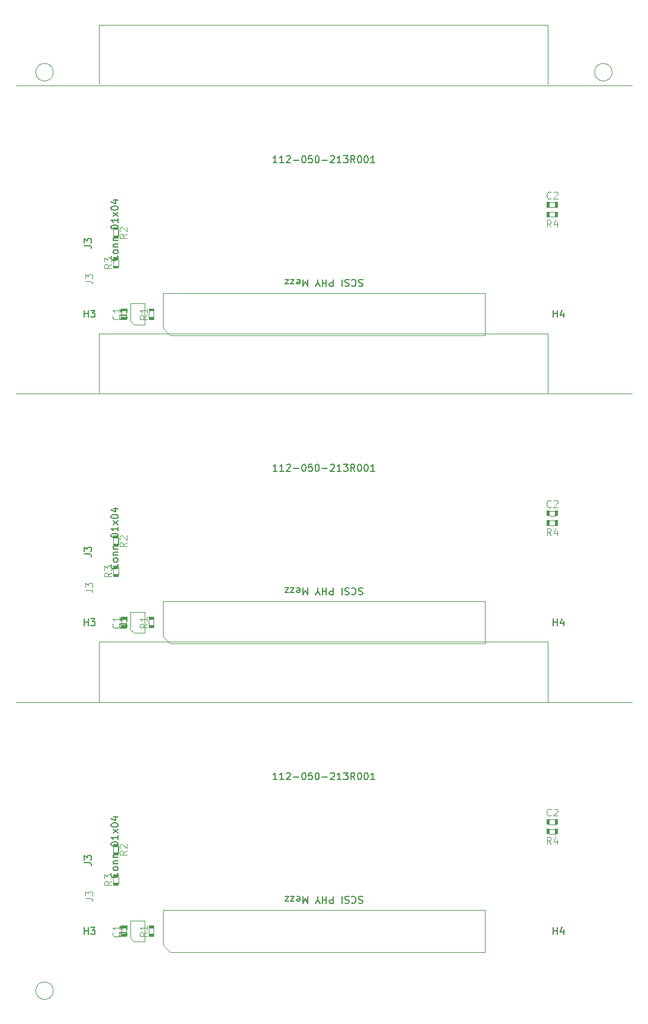
<source format=gbr>
G04 #@! TF.GenerationSoftware,KiCad,Pcbnew,8.0.6*
G04 #@! TF.CreationDate,2024-11-07T02:26:39-08:00*
G04 #@! TF.ProjectId,hvd-50-ce-panel,6876642d-3530-42d6-9365-2d70616e656c,1*
G04 #@! TF.SameCoordinates,Original*
G04 #@! TF.FileFunction,AssemblyDrawing,Top*
%FSLAX46Y46*%
G04 Gerber Fmt 4.6, Leading zero omitted, Abs format (unit mm)*
G04 Created by KiCad (PCBNEW 8.0.6) date 2024-11-07 02:26:39*
%MOMM*%
%LPD*%
G01*
G04 APERTURE LIST*
%ADD10C,0.150000*%
%ADD11C,0.100000*%
%ADD12C,0.120000*%
%ADD13C,0.050000*%
%ADD14C,0.000000*%
G04 APERTURE END LIST*
D10*
X-49090477Y32592181D02*
X-49661905Y32592181D01*
X-49376191Y32592181D02*
X-49376191Y33592181D01*
X-49376191Y33592181D02*
X-49471429Y33449324D01*
X-49471429Y33449324D02*
X-49566667Y33354086D01*
X-49566667Y33354086D02*
X-49661905Y33306467D01*
X-48138096Y32592181D02*
X-48709524Y32592181D01*
X-48423810Y32592181D02*
X-48423810Y33592181D01*
X-48423810Y33592181D02*
X-48519048Y33449324D01*
X-48519048Y33449324D02*
X-48614286Y33354086D01*
X-48614286Y33354086D02*
X-48709524Y33306467D01*
X-47757143Y33496943D02*
X-47709524Y33544562D01*
X-47709524Y33544562D02*
X-47614286Y33592181D01*
X-47614286Y33592181D02*
X-47376191Y33592181D01*
X-47376191Y33592181D02*
X-47280953Y33544562D01*
X-47280953Y33544562D02*
X-47233334Y33496943D01*
X-47233334Y33496943D02*
X-47185715Y33401705D01*
X-47185715Y33401705D02*
X-47185715Y33306467D01*
X-47185715Y33306467D02*
X-47233334Y33163610D01*
X-47233334Y33163610D02*
X-47804762Y32592181D01*
X-47804762Y32592181D02*
X-47185715Y32592181D01*
X-46757143Y32973134D02*
X-45995238Y32973134D01*
X-45328572Y33592181D02*
X-45233334Y33592181D01*
X-45233334Y33592181D02*
X-45138096Y33544562D01*
X-45138096Y33544562D02*
X-45090477Y33496943D01*
X-45090477Y33496943D02*
X-45042858Y33401705D01*
X-45042858Y33401705D02*
X-44995239Y33211229D01*
X-44995239Y33211229D02*
X-44995239Y32973134D01*
X-44995239Y32973134D02*
X-45042858Y32782658D01*
X-45042858Y32782658D02*
X-45090477Y32687420D01*
X-45090477Y32687420D02*
X-45138096Y32639800D01*
X-45138096Y32639800D02*
X-45233334Y32592181D01*
X-45233334Y32592181D02*
X-45328572Y32592181D01*
X-45328572Y32592181D02*
X-45423810Y32639800D01*
X-45423810Y32639800D02*
X-45471429Y32687420D01*
X-45471429Y32687420D02*
X-45519048Y32782658D01*
X-45519048Y32782658D02*
X-45566667Y32973134D01*
X-45566667Y32973134D02*
X-45566667Y33211229D01*
X-45566667Y33211229D02*
X-45519048Y33401705D01*
X-45519048Y33401705D02*
X-45471429Y33496943D01*
X-45471429Y33496943D02*
X-45423810Y33544562D01*
X-45423810Y33544562D02*
X-45328572Y33592181D01*
X-44090477Y33592181D02*
X-44566667Y33592181D01*
X-44566667Y33592181D02*
X-44614286Y33115991D01*
X-44614286Y33115991D02*
X-44566667Y33163610D01*
X-44566667Y33163610D02*
X-44471429Y33211229D01*
X-44471429Y33211229D02*
X-44233334Y33211229D01*
X-44233334Y33211229D02*
X-44138096Y33163610D01*
X-44138096Y33163610D02*
X-44090477Y33115991D01*
X-44090477Y33115991D02*
X-44042858Y33020753D01*
X-44042858Y33020753D02*
X-44042858Y32782658D01*
X-44042858Y32782658D02*
X-44090477Y32687420D01*
X-44090477Y32687420D02*
X-44138096Y32639800D01*
X-44138096Y32639800D02*
X-44233334Y32592181D01*
X-44233334Y32592181D02*
X-44471429Y32592181D01*
X-44471429Y32592181D02*
X-44566667Y32639800D01*
X-44566667Y32639800D02*
X-44614286Y32687420D01*
X-43423810Y33592181D02*
X-43328572Y33592181D01*
X-43328572Y33592181D02*
X-43233334Y33544562D01*
X-43233334Y33544562D02*
X-43185715Y33496943D01*
X-43185715Y33496943D02*
X-43138096Y33401705D01*
X-43138096Y33401705D02*
X-43090477Y33211229D01*
X-43090477Y33211229D02*
X-43090477Y32973134D01*
X-43090477Y32973134D02*
X-43138096Y32782658D01*
X-43138096Y32782658D02*
X-43185715Y32687420D01*
X-43185715Y32687420D02*
X-43233334Y32639800D01*
X-43233334Y32639800D02*
X-43328572Y32592181D01*
X-43328572Y32592181D02*
X-43423810Y32592181D01*
X-43423810Y32592181D02*
X-43519048Y32639800D01*
X-43519048Y32639800D02*
X-43566667Y32687420D01*
X-43566667Y32687420D02*
X-43614286Y32782658D01*
X-43614286Y32782658D02*
X-43661905Y32973134D01*
X-43661905Y32973134D02*
X-43661905Y33211229D01*
X-43661905Y33211229D02*
X-43614286Y33401705D01*
X-43614286Y33401705D02*
X-43566667Y33496943D01*
X-43566667Y33496943D02*
X-43519048Y33544562D01*
X-43519048Y33544562D02*
X-43423810Y33592181D01*
X-42661905Y32973134D02*
X-41900000Y32973134D01*
X-41471429Y33496943D02*
X-41423810Y33544562D01*
X-41423810Y33544562D02*
X-41328572Y33592181D01*
X-41328572Y33592181D02*
X-41090477Y33592181D01*
X-41090477Y33592181D02*
X-40995239Y33544562D01*
X-40995239Y33544562D02*
X-40947620Y33496943D01*
X-40947620Y33496943D02*
X-40900001Y33401705D01*
X-40900001Y33401705D02*
X-40900001Y33306467D01*
X-40900001Y33306467D02*
X-40947620Y33163610D01*
X-40947620Y33163610D02*
X-41519048Y32592181D01*
X-41519048Y32592181D02*
X-40900001Y32592181D01*
X-39947620Y32592181D02*
X-40519048Y32592181D01*
X-40233334Y32592181D02*
X-40233334Y33592181D01*
X-40233334Y33592181D02*
X-40328572Y33449324D01*
X-40328572Y33449324D02*
X-40423810Y33354086D01*
X-40423810Y33354086D02*
X-40519048Y33306467D01*
X-39614286Y33592181D02*
X-38995239Y33592181D01*
X-38995239Y33592181D02*
X-39328572Y33211229D01*
X-39328572Y33211229D02*
X-39185715Y33211229D01*
X-39185715Y33211229D02*
X-39090477Y33163610D01*
X-39090477Y33163610D02*
X-39042858Y33115991D01*
X-39042858Y33115991D02*
X-38995239Y33020753D01*
X-38995239Y33020753D02*
X-38995239Y32782658D01*
X-38995239Y32782658D02*
X-39042858Y32687420D01*
X-39042858Y32687420D02*
X-39090477Y32639800D01*
X-39090477Y32639800D02*
X-39185715Y32592181D01*
X-39185715Y32592181D02*
X-39471429Y32592181D01*
X-39471429Y32592181D02*
X-39566667Y32639800D01*
X-39566667Y32639800D02*
X-39614286Y32687420D01*
X-37995239Y32592181D02*
X-38328572Y33068372D01*
X-38566667Y32592181D02*
X-38566667Y33592181D01*
X-38566667Y33592181D02*
X-38185715Y33592181D01*
X-38185715Y33592181D02*
X-38090477Y33544562D01*
X-38090477Y33544562D02*
X-38042858Y33496943D01*
X-38042858Y33496943D02*
X-37995239Y33401705D01*
X-37995239Y33401705D02*
X-37995239Y33258848D01*
X-37995239Y33258848D02*
X-38042858Y33163610D01*
X-38042858Y33163610D02*
X-38090477Y33115991D01*
X-38090477Y33115991D02*
X-38185715Y33068372D01*
X-38185715Y33068372D02*
X-38566667Y33068372D01*
X-37376191Y33592181D02*
X-37280953Y33592181D01*
X-37280953Y33592181D02*
X-37185715Y33544562D01*
X-37185715Y33544562D02*
X-37138096Y33496943D01*
X-37138096Y33496943D02*
X-37090477Y33401705D01*
X-37090477Y33401705D02*
X-37042858Y33211229D01*
X-37042858Y33211229D02*
X-37042858Y32973134D01*
X-37042858Y32973134D02*
X-37090477Y32782658D01*
X-37090477Y32782658D02*
X-37138096Y32687420D01*
X-37138096Y32687420D02*
X-37185715Y32639800D01*
X-37185715Y32639800D02*
X-37280953Y32592181D01*
X-37280953Y32592181D02*
X-37376191Y32592181D01*
X-37376191Y32592181D02*
X-37471429Y32639800D01*
X-37471429Y32639800D02*
X-37519048Y32687420D01*
X-37519048Y32687420D02*
X-37566667Y32782658D01*
X-37566667Y32782658D02*
X-37614286Y32973134D01*
X-37614286Y32973134D02*
X-37614286Y33211229D01*
X-37614286Y33211229D02*
X-37566667Y33401705D01*
X-37566667Y33401705D02*
X-37519048Y33496943D01*
X-37519048Y33496943D02*
X-37471429Y33544562D01*
X-37471429Y33544562D02*
X-37376191Y33592181D01*
X-36423810Y33592181D02*
X-36328572Y33592181D01*
X-36328572Y33592181D02*
X-36233334Y33544562D01*
X-36233334Y33544562D02*
X-36185715Y33496943D01*
X-36185715Y33496943D02*
X-36138096Y33401705D01*
X-36138096Y33401705D02*
X-36090477Y33211229D01*
X-36090477Y33211229D02*
X-36090477Y32973134D01*
X-36090477Y32973134D02*
X-36138096Y32782658D01*
X-36138096Y32782658D02*
X-36185715Y32687420D01*
X-36185715Y32687420D02*
X-36233334Y32639800D01*
X-36233334Y32639800D02*
X-36328572Y32592181D01*
X-36328572Y32592181D02*
X-36423810Y32592181D01*
X-36423810Y32592181D02*
X-36519048Y32639800D01*
X-36519048Y32639800D02*
X-36566667Y32687420D01*
X-36566667Y32687420D02*
X-36614286Y32782658D01*
X-36614286Y32782658D02*
X-36661905Y32973134D01*
X-36661905Y32973134D02*
X-36661905Y33211229D01*
X-36661905Y33211229D02*
X-36614286Y33401705D01*
X-36614286Y33401705D02*
X-36566667Y33496943D01*
X-36566667Y33496943D02*
X-36519048Y33544562D01*
X-36519048Y33544562D02*
X-36423810Y33592181D01*
X-35138096Y32592181D02*
X-35709524Y32592181D01*
X-35423810Y32592181D02*
X-35423810Y33592181D01*
X-35423810Y33592181D02*
X-35519048Y33449324D01*
X-35519048Y33449324D02*
X-35614286Y33354086D01*
X-35614286Y33354086D02*
X-35709524Y33306467D01*
D11*
X-76442581Y15668667D02*
X-75728296Y15668667D01*
X-75728296Y15668667D02*
X-75585439Y15621048D01*
X-75585439Y15621048D02*
X-75490200Y15525810D01*
X-75490200Y15525810D02*
X-75442581Y15382953D01*
X-75442581Y15382953D02*
X-75442581Y15287715D01*
X-76442581Y16049620D02*
X-76442581Y16668667D01*
X-76442581Y16668667D02*
X-76061629Y16335334D01*
X-76061629Y16335334D02*
X-76061629Y16478191D01*
X-76061629Y16478191D02*
X-76014010Y16573429D01*
X-76014010Y16573429D02*
X-75966391Y16621048D01*
X-75966391Y16621048D02*
X-75871153Y16668667D01*
X-75871153Y16668667D02*
X-75633058Y16668667D01*
X-75633058Y16668667D02*
X-75537820Y16621048D01*
X-75537820Y16621048D02*
X-75490200Y16573429D01*
X-75490200Y16573429D02*
X-75442581Y16478191D01*
X-75442581Y16478191D02*
X-75442581Y16192477D01*
X-75442581Y16192477D02*
X-75490200Y16097239D01*
X-75490200Y16097239D02*
X-75537820Y16049620D01*
D10*
X-71900421Y19273905D02*
X-71852801Y19226286D01*
X-71852801Y19226286D02*
X-71805182Y19083429D01*
X-71805182Y19083429D02*
X-71805182Y18988191D01*
X-71805182Y18988191D02*
X-71852801Y18845334D01*
X-71852801Y18845334D02*
X-71948040Y18750096D01*
X-71948040Y18750096D02*
X-72043278Y18702477D01*
X-72043278Y18702477D02*
X-72233754Y18654858D01*
X-72233754Y18654858D02*
X-72376611Y18654858D01*
X-72376611Y18654858D02*
X-72567087Y18702477D01*
X-72567087Y18702477D02*
X-72662325Y18750096D01*
X-72662325Y18750096D02*
X-72757563Y18845334D01*
X-72757563Y18845334D02*
X-72805182Y18988191D01*
X-72805182Y18988191D02*
X-72805182Y19083429D01*
X-72805182Y19083429D02*
X-72757563Y19226286D01*
X-72757563Y19226286D02*
X-72709944Y19273905D01*
X-71805182Y19845334D02*
X-71852801Y19750096D01*
X-71852801Y19750096D02*
X-71900421Y19702477D01*
X-71900421Y19702477D02*
X-71995659Y19654858D01*
X-71995659Y19654858D02*
X-72281373Y19654858D01*
X-72281373Y19654858D02*
X-72376611Y19702477D01*
X-72376611Y19702477D02*
X-72424230Y19750096D01*
X-72424230Y19750096D02*
X-72471849Y19845334D01*
X-72471849Y19845334D02*
X-72471849Y19988191D01*
X-72471849Y19988191D02*
X-72424230Y20083429D01*
X-72424230Y20083429D02*
X-72376611Y20131048D01*
X-72376611Y20131048D02*
X-72281373Y20178667D01*
X-72281373Y20178667D02*
X-71995659Y20178667D01*
X-71995659Y20178667D02*
X-71900421Y20131048D01*
X-71900421Y20131048D02*
X-71852801Y20083429D01*
X-71852801Y20083429D02*
X-71805182Y19988191D01*
X-71805182Y19988191D02*
X-71805182Y19845334D01*
X-72471849Y20607239D02*
X-71805182Y20607239D01*
X-72376611Y20607239D02*
X-72424230Y20654858D01*
X-72424230Y20654858D02*
X-72471849Y20750096D01*
X-72471849Y20750096D02*
X-72471849Y20892953D01*
X-72471849Y20892953D02*
X-72424230Y20988191D01*
X-72424230Y20988191D02*
X-72328992Y21035810D01*
X-72328992Y21035810D02*
X-71805182Y21035810D01*
X-72471849Y21512001D02*
X-71805182Y21512001D01*
X-72376611Y21512001D02*
X-72424230Y21559620D01*
X-72424230Y21559620D02*
X-72471849Y21654858D01*
X-72471849Y21654858D02*
X-72471849Y21797715D01*
X-72471849Y21797715D02*
X-72424230Y21892953D01*
X-72424230Y21892953D02*
X-72328992Y21940572D01*
X-72328992Y21940572D02*
X-71805182Y21940572D01*
X-71709944Y22178667D02*
X-71709944Y22940572D01*
X-72805182Y23369144D02*
X-72805182Y23464382D01*
X-72805182Y23464382D02*
X-72757563Y23559620D01*
X-72757563Y23559620D02*
X-72709944Y23607239D01*
X-72709944Y23607239D02*
X-72614706Y23654858D01*
X-72614706Y23654858D02*
X-72424230Y23702477D01*
X-72424230Y23702477D02*
X-72186135Y23702477D01*
X-72186135Y23702477D02*
X-71995659Y23654858D01*
X-71995659Y23654858D02*
X-71900421Y23607239D01*
X-71900421Y23607239D02*
X-71852801Y23559620D01*
X-71852801Y23559620D02*
X-71805182Y23464382D01*
X-71805182Y23464382D02*
X-71805182Y23369144D01*
X-71805182Y23369144D02*
X-71852801Y23273906D01*
X-71852801Y23273906D02*
X-71900421Y23226287D01*
X-71900421Y23226287D02*
X-71995659Y23178668D01*
X-71995659Y23178668D02*
X-72186135Y23131049D01*
X-72186135Y23131049D02*
X-72424230Y23131049D01*
X-72424230Y23131049D02*
X-72614706Y23178668D01*
X-72614706Y23178668D02*
X-72709944Y23226287D01*
X-72709944Y23226287D02*
X-72757563Y23273906D01*
X-72757563Y23273906D02*
X-72805182Y23369144D01*
X-71805182Y24654858D02*
X-71805182Y24083430D01*
X-71805182Y24369144D02*
X-72805182Y24369144D01*
X-72805182Y24369144D02*
X-72662325Y24273906D01*
X-72662325Y24273906D02*
X-72567087Y24178668D01*
X-72567087Y24178668D02*
X-72519468Y24083430D01*
X-71805182Y24988192D02*
X-72471849Y25512001D01*
X-72471849Y24988192D02*
X-71805182Y25512001D01*
X-72805182Y26083430D02*
X-72805182Y26178668D01*
X-72805182Y26178668D02*
X-72757563Y26273906D01*
X-72757563Y26273906D02*
X-72709944Y26321525D01*
X-72709944Y26321525D02*
X-72614706Y26369144D01*
X-72614706Y26369144D02*
X-72424230Y26416763D01*
X-72424230Y26416763D02*
X-72186135Y26416763D01*
X-72186135Y26416763D02*
X-71995659Y26369144D01*
X-71995659Y26369144D02*
X-71900421Y26321525D01*
X-71900421Y26321525D02*
X-71852801Y26273906D01*
X-71852801Y26273906D02*
X-71805182Y26178668D01*
X-71805182Y26178668D02*
X-71805182Y26083430D01*
X-71805182Y26083430D02*
X-71852801Y25988192D01*
X-71852801Y25988192D02*
X-71900421Y25940573D01*
X-71900421Y25940573D02*
X-71995659Y25892954D01*
X-71995659Y25892954D02*
X-72186135Y25845335D01*
X-72186135Y25845335D02*
X-72424230Y25845335D01*
X-72424230Y25845335D02*
X-72614706Y25892954D01*
X-72614706Y25892954D02*
X-72709944Y25940573D01*
X-72709944Y25940573D02*
X-72757563Y25988192D01*
X-72757563Y25988192D02*
X-72805182Y26083430D01*
X-72471849Y27273906D02*
X-71805182Y27273906D01*
X-72852801Y27035811D02*
X-72138516Y26797716D01*
X-72138516Y26797716D02*
X-72138516Y27416763D01*
X-76615181Y20773667D02*
X-75900896Y20773667D01*
X-75900896Y20773667D02*
X-75758039Y20726048D01*
X-75758039Y20726048D02*
X-75662800Y20630810D01*
X-75662800Y20630810D02*
X-75615181Y20487953D01*
X-75615181Y20487953D02*
X-75615181Y20392715D01*
X-76615181Y21154620D02*
X-76615181Y21773667D01*
X-76615181Y21773667D02*
X-76234229Y21440334D01*
X-76234229Y21440334D02*
X-76234229Y21583191D01*
X-76234229Y21583191D02*
X-76186610Y21678429D01*
X-76186610Y21678429D02*
X-76138991Y21726048D01*
X-76138991Y21726048D02*
X-76043753Y21773667D01*
X-76043753Y21773667D02*
X-75805658Y21773667D01*
X-75805658Y21773667D02*
X-75710420Y21726048D01*
X-75710420Y21726048D02*
X-75662800Y21678429D01*
X-75662800Y21678429D02*
X-75615181Y21583191D01*
X-75615181Y21583191D02*
X-75615181Y21297477D01*
X-75615181Y21297477D02*
X-75662800Y21202239D01*
X-75662800Y21202239D02*
X-75710420Y21154620D01*
D11*
X-9966667Y115524820D02*
X-10014286Y115477200D01*
X-10014286Y115477200D02*
X-10157143Y115429581D01*
X-10157143Y115429581D02*
X-10252381Y115429581D01*
X-10252381Y115429581D02*
X-10395238Y115477200D01*
X-10395238Y115477200D02*
X-10490476Y115572439D01*
X-10490476Y115572439D02*
X-10538095Y115667677D01*
X-10538095Y115667677D02*
X-10585714Y115858153D01*
X-10585714Y115858153D02*
X-10585714Y116001010D01*
X-10585714Y116001010D02*
X-10538095Y116191486D01*
X-10538095Y116191486D02*
X-10490476Y116286724D01*
X-10490476Y116286724D02*
X-10395238Y116381962D01*
X-10395238Y116381962D02*
X-10252381Y116429581D01*
X-10252381Y116429581D02*
X-10157143Y116429581D01*
X-10157143Y116429581D02*
X-10014286Y116381962D01*
X-10014286Y116381962D02*
X-9966667Y116334343D01*
X-9585714Y116334343D02*
X-9538095Y116381962D01*
X-9538095Y116381962D02*
X-9442857Y116429581D01*
X-9442857Y116429581D02*
X-9204762Y116429581D01*
X-9204762Y116429581D02*
X-9109524Y116381962D01*
X-9109524Y116381962D02*
X-9061905Y116334343D01*
X-9061905Y116334343D02*
X-9014286Y116239105D01*
X-9014286Y116239105D02*
X-9014286Y116143867D01*
X-9014286Y116143867D02*
X-9061905Y116001010D01*
X-9061905Y116001010D02*
X-9633333Y115429581D01*
X-9633333Y115429581D02*
X-9014286Y115429581D01*
X-67692580Y10835334D02*
X-68168771Y10502001D01*
X-67692580Y10263906D02*
X-68692580Y10263906D01*
X-68692580Y10263906D02*
X-68692580Y10644858D01*
X-68692580Y10644858D02*
X-68644961Y10740096D01*
X-68644961Y10740096D02*
X-68597342Y10787715D01*
X-68597342Y10787715D02*
X-68502104Y10835334D01*
X-68502104Y10835334D02*
X-68359247Y10835334D01*
X-68359247Y10835334D02*
X-68264009Y10787715D01*
X-68264009Y10787715D02*
X-68216390Y10740096D01*
X-68216390Y10740096D02*
X-68168771Y10644858D01*
X-68168771Y10644858D02*
X-68168771Y10263906D01*
X-67692580Y11787715D02*
X-67692580Y11216287D01*
X-67692580Y11502001D02*
X-68692580Y11502001D01*
X-68692580Y11502001D02*
X-68549723Y11406763D01*
X-68549723Y11406763D02*
X-68454485Y11311525D01*
X-68454485Y11311525D02*
X-68406866Y11216287D01*
X-70542582Y22435334D02*
X-71018773Y22102001D01*
X-70542582Y21863906D02*
X-71542582Y21863906D01*
X-71542582Y21863906D02*
X-71542582Y22244858D01*
X-71542582Y22244858D02*
X-71494963Y22340096D01*
X-71494963Y22340096D02*
X-71447344Y22387715D01*
X-71447344Y22387715D02*
X-71352106Y22435334D01*
X-71352106Y22435334D02*
X-71209249Y22435334D01*
X-71209249Y22435334D02*
X-71114011Y22387715D01*
X-71114011Y22387715D02*
X-71066392Y22340096D01*
X-71066392Y22340096D02*
X-71018773Y22244858D01*
X-71018773Y22244858D02*
X-71018773Y21863906D01*
X-71447344Y22816287D02*
X-71494963Y22863906D01*
X-71494963Y22863906D02*
X-71542582Y22959144D01*
X-71542582Y22959144D02*
X-71542582Y23197239D01*
X-71542582Y23197239D02*
X-71494963Y23292477D01*
X-71494963Y23292477D02*
X-71447344Y23340096D01*
X-71447344Y23340096D02*
X-71352106Y23387715D01*
X-71352106Y23387715D02*
X-71256868Y23387715D01*
X-71256868Y23387715D02*
X-71114011Y23340096D01*
X-71114011Y23340096D02*
X-70542582Y22768668D01*
X-70542582Y22768668D02*
X-70542582Y23387715D01*
D10*
X-76661905Y10547181D02*
X-76661905Y11547181D01*
X-76661905Y11070991D02*
X-76090477Y11070991D01*
X-76090477Y10547181D02*
X-76090477Y11547181D01*
X-75709524Y11547181D02*
X-75090477Y11547181D01*
X-75090477Y11547181D02*
X-75423810Y11166229D01*
X-75423810Y11166229D02*
X-75280953Y11166229D01*
X-75280953Y11166229D02*
X-75185715Y11118610D01*
X-75185715Y11118610D02*
X-75138096Y11070991D01*
X-75138096Y11070991D02*
X-75090477Y10975753D01*
X-75090477Y10975753D02*
X-75090477Y10737658D01*
X-75090477Y10737658D02*
X-75138096Y10642420D01*
X-75138096Y10642420D02*
X-75185715Y10594800D01*
X-75185715Y10594800D02*
X-75280953Y10547181D01*
X-75280953Y10547181D02*
X-75566667Y10547181D01*
X-75566667Y10547181D02*
X-75661905Y10594800D01*
X-75661905Y10594800D02*
X-75709524Y10642420D01*
D11*
X-76442581Y103668667D02*
X-75728296Y103668667D01*
X-75728296Y103668667D02*
X-75585439Y103621048D01*
X-75585439Y103621048D02*
X-75490200Y103525810D01*
X-75490200Y103525810D02*
X-75442581Y103382953D01*
X-75442581Y103382953D02*
X-75442581Y103287715D01*
X-76442581Y104049620D02*
X-76442581Y104668667D01*
X-76442581Y104668667D02*
X-76061629Y104335334D01*
X-76061629Y104335334D02*
X-76061629Y104478191D01*
X-76061629Y104478191D02*
X-76014010Y104573429D01*
X-76014010Y104573429D02*
X-75966391Y104621048D01*
X-75966391Y104621048D02*
X-75871153Y104668667D01*
X-75871153Y104668667D02*
X-75633058Y104668667D01*
X-75633058Y104668667D02*
X-75537820Y104621048D01*
X-75537820Y104621048D02*
X-75490200Y104573429D01*
X-75490200Y104573429D02*
X-75442581Y104478191D01*
X-75442581Y104478191D02*
X-75442581Y104192477D01*
X-75442581Y104192477D02*
X-75490200Y104097239D01*
X-75490200Y104097239D02*
X-75537820Y104049620D01*
D10*
X-71900421Y107273905D02*
X-71852801Y107226286D01*
X-71852801Y107226286D02*
X-71805182Y107083429D01*
X-71805182Y107083429D02*
X-71805182Y106988191D01*
X-71805182Y106988191D02*
X-71852801Y106845334D01*
X-71852801Y106845334D02*
X-71948040Y106750096D01*
X-71948040Y106750096D02*
X-72043278Y106702477D01*
X-72043278Y106702477D02*
X-72233754Y106654858D01*
X-72233754Y106654858D02*
X-72376611Y106654858D01*
X-72376611Y106654858D02*
X-72567087Y106702477D01*
X-72567087Y106702477D02*
X-72662325Y106750096D01*
X-72662325Y106750096D02*
X-72757563Y106845334D01*
X-72757563Y106845334D02*
X-72805182Y106988191D01*
X-72805182Y106988191D02*
X-72805182Y107083429D01*
X-72805182Y107083429D02*
X-72757563Y107226286D01*
X-72757563Y107226286D02*
X-72709944Y107273905D01*
X-71805182Y107845334D02*
X-71852801Y107750096D01*
X-71852801Y107750096D02*
X-71900421Y107702477D01*
X-71900421Y107702477D02*
X-71995659Y107654858D01*
X-71995659Y107654858D02*
X-72281373Y107654858D01*
X-72281373Y107654858D02*
X-72376611Y107702477D01*
X-72376611Y107702477D02*
X-72424230Y107750096D01*
X-72424230Y107750096D02*
X-72471849Y107845334D01*
X-72471849Y107845334D02*
X-72471849Y107988191D01*
X-72471849Y107988191D02*
X-72424230Y108083429D01*
X-72424230Y108083429D02*
X-72376611Y108131048D01*
X-72376611Y108131048D02*
X-72281373Y108178667D01*
X-72281373Y108178667D02*
X-71995659Y108178667D01*
X-71995659Y108178667D02*
X-71900421Y108131048D01*
X-71900421Y108131048D02*
X-71852801Y108083429D01*
X-71852801Y108083429D02*
X-71805182Y107988191D01*
X-71805182Y107988191D02*
X-71805182Y107845334D01*
X-72471849Y108607239D02*
X-71805182Y108607239D01*
X-72376611Y108607239D02*
X-72424230Y108654858D01*
X-72424230Y108654858D02*
X-72471849Y108750096D01*
X-72471849Y108750096D02*
X-72471849Y108892953D01*
X-72471849Y108892953D02*
X-72424230Y108988191D01*
X-72424230Y108988191D02*
X-72328992Y109035810D01*
X-72328992Y109035810D02*
X-71805182Y109035810D01*
X-72471849Y109512001D02*
X-71805182Y109512001D01*
X-72376611Y109512001D02*
X-72424230Y109559620D01*
X-72424230Y109559620D02*
X-72471849Y109654858D01*
X-72471849Y109654858D02*
X-72471849Y109797715D01*
X-72471849Y109797715D02*
X-72424230Y109892953D01*
X-72424230Y109892953D02*
X-72328992Y109940572D01*
X-72328992Y109940572D02*
X-71805182Y109940572D01*
X-71709944Y110178667D02*
X-71709944Y110940572D01*
X-72805182Y111369144D02*
X-72805182Y111464382D01*
X-72805182Y111464382D02*
X-72757563Y111559620D01*
X-72757563Y111559620D02*
X-72709944Y111607239D01*
X-72709944Y111607239D02*
X-72614706Y111654858D01*
X-72614706Y111654858D02*
X-72424230Y111702477D01*
X-72424230Y111702477D02*
X-72186135Y111702477D01*
X-72186135Y111702477D02*
X-71995659Y111654858D01*
X-71995659Y111654858D02*
X-71900421Y111607239D01*
X-71900421Y111607239D02*
X-71852801Y111559620D01*
X-71852801Y111559620D02*
X-71805182Y111464382D01*
X-71805182Y111464382D02*
X-71805182Y111369144D01*
X-71805182Y111369144D02*
X-71852801Y111273906D01*
X-71852801Y111273906D02*
X-71900421Y111226287D01*
X-71900421Y111226287D02*
X-71995659Y111178668D01*
X-71995659Y111178668D02*
X-72186135Y111131049D01*
X-72186135Y111131049D02*
X-72424230Y111131049D01*
X-72424230Y111131049D02*
X-72614706Y111178668D01*
X-72614706Y111178668D02*
X-72709944Y111226287D01*
X-72709944Y111226287D02*
X-72757563Y111273906D01*
X-72757563Y111273906D02*
X-72805182Y111369144D01*
X-71805182Y112654858D02*
X-71805182Y112083430D01*
X-71805182Y112369144D02*
X-72805182Y112369144D01*
X-72805182Y112369144D02*
X-72662325Y112273906D01*
X-72662325Y112273906D02*
X-72567087Y112178668D01*
X-72567087Y112178668D02*
X-72519468Y112083430D01*
X-71805182Y112988192D02*
X-72471849Y113512001D01*
X-72471849Y112988192D02*
X-71805182Y113512001D01*
X-72805182Y114083430D02*
X-72805182Y114178668D01*
X-72805182Y114178668D02*
X-72757563Y114273906D01*
X-72757563Y114273906D02*
X-72709944Y114321525D01*
X-72709944Y114321525D02*
X-72614706Y114369144D01*
X-72614706Y114369144D02*
X-72424230Y114416763D01*
X-72424230Y114416763D02*
X-72186135Y114416763D01*
X-72186135Y114416763D02*
X-71995659Y114369144D01*
X-71995659Y114369144D02*
X-71900421Y114321525D01*
X-71900421Y114321525D02*
X-71852801Y114273906D01*
X-71852801Y114273906D02*
X-71805182Y114178668D01*
X-71805182Y114178668D02*
X-71805182Y114083430D01*
X-71805182Y114083430D02*
X-71852801Y113988192D01*
X-71852801Y113988192D02*
X-71900421Y113940573D01*
X-71900421Y113940573D02*
X-71995659Y113892954D01*
X-71995659Y113892954D02*
X-72186135Y113845335D01*
X-72186135Y113845335D02*
X-72424230Y113845335D01*
X-72424230Y113845335D02*
X-72614706Y113892954D01*
X-72614706Y113892954D02*
X-72709944Y113940573D01*
X-72709944Y113940573D02*
X-72757563Y113988192D01*
X-72757563Y113988192D02*
X-72805182Y114083430D01*
X-72471849Y115273906D02*
X-71805182Y115273906D01*
X-72852801Y115035811D02*
X-72138516Y114797716D01*
X-72138516Y114797716D02*
X-72138516Y115416763D01*
X-76615181Y108773667D02*
X-75900896Y108773667D01*
X-75900896Y108773667D02*
X-75758039Y108726048D01*
X-75758039Y108726048D02*
X-75662800Y108630810D01*
X-75662800Y108630810D02*
X-75615181Y108487953D01*
X-75615181Y108487953D02*
X-75615181Y108392715D01*
X-76615181Y109154620D02*
X-76615181Y109773667D01*
X-76615181Y109773667D02*
X-76234229Y109440334D01*
X-76234229Y109440334D02*
X-76234229Y109583191D01*
X-76234229Y109583191D02*
X-76186610Y109678429D01*
X-76186610Y109678429D02*
X-76138991Y109726048D01*
X-76138991Y109726048D02*
X-76043753Y109773667D01*
X-76043753Y109773667D02*
X-75805658Y109773667D01*
X-75805658Y109773667D02*
X-75710420Y109726048D01*
X-75710420Y109726048D02*
X-75662800Y109678429D01*
X-75662800Y109678429D02*
X-75615181Y109583191D01*
X-75615181Y109583191D02*
X-75615181Y109297477D01*
X-75615181Y109297477D02*
X-75662800Y109202239D01*
X-75662800Y109202239D02*
X-75710420Y109154620D01*
D11*
X-72742580Y18135334D02*
X-73218771Y17802001D01*
X-72742580Y17563906D02*
X-73742580Y17563906D01*
X-73742580Y17563906D02*
X-73742580Y17944858D01*
X-73742580Y17944858D02*
X-73694961Y18040096D01*
X-73694961Y18040096D02*
X-73647342Y18087715D01*
X-73647342Y18087715D02*
X-73552104Y18135334D01*
X-73552104Y18135334D02*
X-73409247Y18135334D01*
X-73409247Y18135334D02*
X-73314009Y18087715D01*
X-73314009Y18087715D02*
X-73266390Y18040096D01*
X-73266390Y18040096D02*
X-73218771Y17944858D01*
X-73218771Y17944858D02*
X-73218771Y17563906D01*
X-73742580Y18468668D02*
X-73742580Y19087715D01*
X-73742580Y19087715D02*
X-73361628Y18754382D01*
X-73361628Y18754382D02*
X-73361628Y18897239D01*
X-73361628Y18897239D02*
X-73314009Y18992477D01*
X-73314009Y18992477D02*
X-73266390Y19040096D01*
X-73266390Y19040096D02*
X-73171152Y19087715D01*
X-73171152Y19087715D02*
X-72933057Y19087715D01*
X-72933057Y19087715D02*
X-72837819Y19040096D01*
X-72837819Y19040096D02*
X-72790199Y18992477D01*
X-72790199Y18992477D02*
X-72742580Y18897239D01*
X-72742580Y18897239D02*
X-72742580Y18611525D01*
X-72742580Y18611525D02*
X-72790199Y18516287D01*
X-72790199Y18516287D02*
X-72837819Y18468668D01*
X-70542582Y66435334D02*
X-71018773Y66102001D01*
X-70542582Y65863906D02*
X-71542582Y65863906D01*
X-71542582Y65863906D02*
X-71542582Y66244858D01*
X-71542582Y66244858D02*
X-71494963Y66340096D01*
X-71494963Y66340096D02*
X-71447344Y66387715D01*
X-71447344Y66387715D02*
X-71352106Y66435334D01*
X-71352106Y66435334D02*
X-71209249Y66435334D01*
X-71209249Y66435334D02*
X-71114011Y66387715D01*
X-71114011Y66387715D02*
X-71066392Y66340096D01*
X-71066392Y66340096D02*
X-71018773Y66244858D01*
X-71018773Y66244858D02*
X-71018773Y65863906D01*
X-71447344Y66816287D02*
X-71494963Y66863906D01*
X-71494963Y66863906D02*
X-71542582Y66959144D01*
X-71542582Y66959144D02*
X-71542582Y67197239D01*
X-71542582Y67197239D02*
X-71494963Y67292477D01*
X-71494963Y67292477D02*
X-71447344Y67340096D01*
X-71447344Y67340096D02*
X-71352106Y67387715D01*
X-71352106Y67387715D02*
X-71256868Y67387715D01*
X-71256868Y67387715D02*
X-71114011Y67340096D01*
X-71114011Y67340096D02*
X-70542582Y66768668D01*
X-70542582Y66768668D02*
X-70542582Y67387715D01*
X-72742580Y62135334D02*
X-73218771Y61802001D01*
X-72742580Y61563906D02*
X-73742580Y61563906D01*
X-73742580Y61563906D02*
X-73742580Y61944858D01*
X-73742580Y61944858D02*
X-73694961Y62040096D01*
X-73694961Y62040096D02*
X-73647342Y62087715D01*
X-73647342Y62087715D02*
X-73552104Y62135334D01*
X-73552104Y62135334D02*
X-73409247Y62135334D01*
X-73409247Y62135334D02*
X-73314009Y62087715D01*
X-73314009Y62087715D02*
X-73266390Y62040096D01*
X-73266390Y62040096D02*
X-73218771Y61944858D01*
X-73218771Y61944858D02*
X-73218771Y61563906D01*
X-73742580Y62468668D02*
X-73742580Y63087715D01*
X-73742580Y63087715D02*
X-73361628Y62754382D01*
X-73361628Y62754382D02*
X-73361628Y62897239D01*
X-73361628Y62897239D02*
X-73314009Y62992477D01*
X-73314009Y62992477D02*
X-73266390Y63040096D01*
X-73266390Y63040096D02*
X-73171152Y63087715D01*
X-73171152Y63087715D02*
X-72933057Y63087715D01*
X-72933057Y63087715D02*
X-72837819Y63040096D01*
X-72837819Y63040096D02*
X-72790199Y62992477D01*
X-72790199Y62992477D02*
X-72742580Y62897239D01*
X-72742580Y62897239D02*
X-72742580Y62611525D01*
X-72742580Y62611525D02*
X-72790199Y62516287D01*
X-72790199Y62516287D02*
X-72837819Y62468668D01*
X-67692580Y54835334D02*
X-68168771Y54502001D01*
X-67692580Y54263906D02*
X-68692580Y54263906D01*
X-68692580Y54263906D02*
X-68692580Y54644858D01*
X-68692580Y54644858D02*
X-68644961Y54740096D01*
X-68644961Y54740096D02*
X-68597342Y54787715D01*
X-68597342Y54787715D02*
X-68502104Y54835334D01*
X-68502104Y54835334D02*
X-68359247Y54835334D01*
X-68359247Y54835334D02*
X-68264009Y54787715D01*
X-68264009Y54787715D02*
X-68216390Y54740096D01*
X-68216390Y54740096D02*
X-68168771Y54644858D01*
X-68168771Y54644858D02*
X-68168771Y54263906D01*
X-67692580Y55787715D02*
X-67692580Y55216287D01*
X-67692580Y55502001D02*
X-68692580Y55502001D01*
X-68692580Y55502001D02*
X-68549723Y55406763D01*
X-68549723Y55406763D02*
X-68454485Y55311525D01*
X-68454485Y55311525D02*
X-68406866Y55216287D01*
D10*
X-49090477Y120592181D02*
X-49661905Y120592181D01*
X-49376191Y120592181D02*
X-49376191Y121592181D01*
X-49376191Y121592181D02*
X-49471429Y121449324D01*
X-49471429Y121449324D02*
X-49566667Y121354086D01*
X-49566667Y121354086D02*
X-49661905Y121306467D01*
X-48138096Y120592181D02*
X-48709524Y120592181D01*
X-48423810Y120592181D02*
X-48423810Y121592181D01*
X-48423810Y121592181D02*
X-48519048Y121449324D01*
X-48519048Y121449324D02*
X-48614286Y121354086D01*
X-48614286Y121354086D02*
X-48709524Y121306467D01*
X-47757143Y121496943D02*
X-47709524Y121544562D01*
X-47709524Y121544562D02*
X-47614286Y121592181D01*
X-47614286Y121592181D02*
X-47376191Y121592181D01*
X-47376191Y121592181D02*
X-47280953Y121544562D01*
X-47280953Y121544562D02*
X-47233334Y121496943D01*
X-47233334Y121496943D02*
X-47185715Y121401705D01*
X-47185715Y121401705D02*
X-47185715Y121306467D01*
X-47185715Y121306467D02*
X-47233334Y121163610D01*
X-47233334Y121163610D02*
X-47804762Y120592181D01*
X-47804762Y120592181D02*
X-47185715Y120592181D01*
X-46757143Y120973134D02*
X-45995238Y120973134D01*
X-45328572Y121592181D02*
X-45233334Y121592181D01*
X-45233334Y121592181D02*
X-45138096Y121544562D01*
X-45138096Y121544562D02*
X-45090477Y121496943D01*
X-45090477Y121496943D02*
X-45042858Y121401705D01*
X-45042858Y121401705D02*
X-44995239Y121211229D01*
X-44995239Y121211229D02*
X-44995239Y120973134D01*
X-44995239Y120973134D02*
X-45042858Y120782658D01*
X-45042858Y120782658D02*
X-45090477Y120687420D01*
X-45090477Y120687420D02*
X-45138096Y120639800D01*
X-45138096Y120639800D02*
X-45233334Y120592181D01*
X-45233334Y120592181D02*
X-45328572Y120592181D01*
X-45328572Y120592181D02*
X-45423810Y120639800D01*
X-45423810Y120639800D02*
X-45471429Y120687420D01*
X-45471429Y120687420D02*
X-45519048Y120782658D01*
X-45519048Y120782658D02*
X-45566667Y120973134D01*
X-45566667Y120973134D02*
X-45566667Y121211229D01*
X-45566667Y121211229D02*
X-45519048Y121401705D01*
X-45519048Y121401705D02*
X-45471429Y121496943D01*
X-45471429Y121496943D02*
X-45423810Y121544562D01*
X-45423810Y121544562D02*
X-45328572Y121592181D01*
X-44090477Y121592181D02*
X-44566667Y121592181D01*
X-44566667Y121592181D02*
X-44614286Y121115991D01*
X-44614286Y121115991D02*
X-44566667Y121163610D01*
X-44566667Y121163610D02*
X-44471429Y121211229D01*
X-44471429Y121211229D02*
X-44233334Y121211229D01*
X-44233334Y121211229D02*
X-44138096Y121163610D01*
X-44138096Y121163610D02*
X-44090477Y121115991D01*
X-44090477Y121115991D02*
X-44042858Y121020753D01*
X-44042858Y121020753D02*
X-44042858Y120782658D01*
X-44042858Y120782658D02*
X-44090477Y120687420D01*
X-44090477Y120687420D02*
X-44138096Y120639800D01*
X-44138096Y120639800D02*
X-44233334Y120592181D01*
X-44233334Y120592181D02*
X-44471429Y120592181D01*
X-44471429Y120592181D02*
X-44566667Y120639800D01*
X-44566667Y120639800D02*
X-44614286Y120687420D01*
X-43423810Y121592181D02*
X-43328572Y121592181D01*
X-43328572Y121592181D02*
X-43233334Y121544562D01*
X-43233334Y121544562D02*
X-43185715Y121496943D01*
X-43185715Y121496943D02*
X-43138096Y121401705D01*
X-43138096Y121401705D02*
X-43090477Y121211229D01*
X-43090477Y121211229D02*
X-43090477Y120973134D01*
X-43090477Y120973134D02*
X-43138096Y120782658D01*
X-43138096Y120782658D02*
X-43185715Y120687420D01*
X-43185715Y120687420D02*
X-43233334Y120639800D01*
X-43233334Y120639800D02*
X-43328572Y120592181D01*
X-43328572Y120592181D02*
X-43423810Y120592181D01*
X-43423810Y120592181D02*
X-43519048Y120639800D01*
X-43519048Y120639800D02*
X-43566667Y120687420D01*
X-43566667Y120687420D02*
X-43614286Y120782658D01*
X-43614286Y120782658D02*
X-43661905Y120973134D01*
X-43661905Y120973134D02*
X-43661905Y121211229D01*
X-43661905Y121211229D02*
X-43614286Y121401705D01*
X-43614286Y121401705D02*
X-43566667Y121496943D01*
X-43566667Y121496943D02*
X-43519048Y121544562D01*
X-43519048Y121544562D02*
X-43423810Y121592181D01*
X-42661905Y120973134D02*
X-41900000Y120973134D01*
X-41471429Y121496943D02*
X-41423810Y121544562D01*
X-41423810Y121544562D02*
X-41328572Y121592181D01*
X-41328572Y121592181D02*
X-41090477Y121592181D01*
X-41090477Y121592181D02*
X-40995239Y121544562D01*
X-40995239Y121544562D02*
X-40947620Y121496943D01*
X-40947620Y121496943D02*
X-40900001Y121401705D01*
X-40900001Y121401705D02*
X-40900001Y121306467D01*
X-40900001Y121306467D02*
X-40947620Y121163610D01*
X-40947620Y121163610D02*
X-41519048Y120592181D01*
X-41519048Y120592181D02*
X-40900001Y120592181D01*
X-39947620Y120592181D02*
X-40519048Y120592181D01*
X-40233334Y120592181D02*
X-40233334Y121592181D01*
X-40233334Y121592181D02*
X-40328572Y121449324D01*
X-40328572Y121449324D02*
X-40423810Y121354086D01*
X-40423810Y121354086D02*
X-40519048Y121306467D01*
X-39614286Y121592181D02*
X-38995239Y121592181D01*
X-38995239Y121592181D02*
X-39328572Y121211229D01*
X-39328572Y121211229D02*
X-39185715Y121211229D01*
X-39185715Y121211229D02*
X-39090477Y121163610D01*
X-39090477Y121163610D02*
X-39042858Y121115991D01*
X-39042858Y121115991D02*
X-38995239Y121020753D01*
X-38995239Y121020753D02*
X-38995239Y120782658D01*
X-38995239Y120782658D02*
X-39042858Y120687420D01*
X-39042858Y120687420D02*
X-39090477Y120639800D01*
X-39090477Y120639800D02*
X-39185715Y120592181D01*
X-39185715Y120592181D02*
X-39471429Y120592181D01*
X-39471429Y120592181D02*
X-39566667Y120639800D01*
X-39566667Y120639800D02*
X-39614286Y120687420D01*
X-37995239Y120592181D02*
X-38328572Y121068372D01*
X-38566667Y120592181D02*
X-38566667Y121592181D01*
X-38566667Y121592181D02*
X-38185715Y121592181D01*
X-38185715Y121592181D02*
X-38090477Y121544562D01*
X-38090477Y121544562D02*
X-38042858Y121496943D01*
X-38042858Y121496943D02*
X-37995239Y121401705D01*
X-37995239Y121401705D02*
X-37995239Y121258848D01*
X-37995239Y121258848D02*
X-38042858Y121163610D01*
X-38042858Y121163610D02*
X-38090477Y121115991D01*
X-38090477Y121115991D02*
X-38185715Y121068372D01*
X-38185715Y121068372D02*
X-38566667Y121068372D01*
X-37376191Y121592181D02*
X-37280953Y121592181D01*
X-37280953Y121592181D02*
X-37185715Y121544562D01*
X-37185715Y121544562D02*
X-37138096Y121496943D01*
X-37138096Y121496943D02*
X-37090477Y121401705D01*
X-37090477Y121401705D02*
X-37042858Y121211229D01*
X-37042858Y121211229D02*
X-37042858Y120973134D01*
X-37042858Y120973134D02*
X-37090477Y120782658D01*
X-37090477Y120782658D02*
X-37138096Y120687420D01*
X-37138096Y120687420D02*
X-37185715Y120639800D01*
X-37185715Y120639800D02*
X-37280953Y120592181D01*
X-37280953Y120592181D02*
X-37376191Y120592181D01*
X-37376191Y120592181D02*
X-37471429Y120639800D01*
X-37471429Y120639800D02*
X-37519048Y120687420D01*
X-37519048Y120687420D02*
X-37566667Y120782658D01*
X-37566667Y120782658D02*
X-37614286Y120973134D01*
X-37614286Y120973134D02*
X-37614286Y121211229D01*
X-37614286Y121211229D02*
X-37566667Y121401705D01*
X-37566667Y121401705D02*
X-37519048Y121496943D01*
X-37519048Y121496943D02*
X-37471429Y121544562D01*
X-37471429Y121544562D02*
X-37376191Y121592181D01*
X-36423810Y121592181D02*
X-36328572Y121592181D01*
X-36328572Y121592181D02*
X-36233334Y121544562D01*
X-36233334Y121544562D02*
X-36185715Y121496943D01*
X-36185715Y121496943D02*
X-36138096Y121401705D01*
X-36138096Y121401705D02*
X-36090477Y121211229D01*
X-36090477Y121211229D02*
X-36090477Y120973134D01*
X-36090477Y120973134D02*
X-36138096Y120782658D01*
X-36138096Y120782658D02*
X-36185715Y120687420D01*
X-36185715Y120687420D02*
X-36233334Y120639800D01*
X-36233334Y120639800D02*
X-36328572Y120592181D01*
X-36328572Y120592181D02*
X-36423810Y120592181D01*
X-36423810Y120592181D02*
X-36519048Y120639800D01*
X-36519048Y120639800D02*
X-36566667Y120687420D01*
X-36566667Y120687420D02*
X-36614286Y120782658D01*
X-36614286Y120782658D02*
X-36661905Y120973134D01*
X-36661905Y120973134D02*
X-36661905Y121211229D01*
X-36661905Y121211229D02*
X-36614286Y121401705D01*
X-36614286Y121401705D02*
X-36566667Y121496943D01*
X-36566667Y121496943D02*
X-36519048Y121544562D01*
X-36519048Y121544562D02*
X-36423810Y121592181D01*
X-35138096Y120592181D02*
X-35709524Y120592181D01*
X-35423810Y120592181D02*
X-35423810Y121592181D01*
X-35423810Y121592181D02*
X-35519048Y121449324D01*
X-35519048Y121449324D02*
X-35614286Y121354086D01*
X-35614286Y121354086D02*
X-35709524Y121306467D01*
D11*
X-9966667Y23429582D02*
X-10300000Y23905773D01*
X-10538095Y23429582D02*
X-10538095Y24429582D01*
X-10538095Y24429582D02*
X-10157143Y24429582D01*
X-10157143Y24429582D02*
X-10061905Y24381963D01*
X-10061905Y24381963D02*
X-10014286Y24334344D01*
X-10014286Y24334344D02*
X-9966667Y24239106D01*
X-9966667Y24239106D02*
X-9966667Y24096249D01*
X-9966667Y24096249D02*
X-10014286Y24001011D01*
X-10014286Y24001011D02*
X-10061905Y23953392D01*
X-10061905Y23953392D02*
X-10157143Y23905773D01*
X-10157143Y23905773D02*
X-10538095Y23905773D01*
X-9109524Y24096249D02*
X-9109524Y23429582D01*
X-9347619Y24477201D02*
X-9585714Y23762916D01*
X-9585714Y23762916D02*
X-8966667Y23762916D01*
D10*
X-76661905Y54547181D02*
X-76661905Y55547181D01*
X-76661905Y55070991D02*
X-76090477Y55070991D01*
X-76090477Y54547181D02*
X-76090477Y55547181D01*
X-75709524Y55547181D02*
X-75090477Y55547181D01*
X-75090477Y55547181D02*
X-75423810Y55166229D01*
X-75423810Y55166229D02*
X-75280953Y55166229D01*
X-75280953Y55166229D02*
X-75185715Y55118610D01*
X-75185715Y55118610D02*
X-75138096Y55070991D01*
X-75138096Y55070991D02*
X-75090477Y54975753D01*
X-75090477Y54975753D02*
X-75090477Y54737658D01*
X-75090477Y54737658D02*
X-75138096Y54642420D01*
X-75138096Y54642420D02*
X-75185715Y54594800D01*
X-75185715Y54594800D02*
X-75280953Y54547181D01*
X-75280953Y54547181D02*
X-75566667Y54547181D01*
X-75566667Y54547181D02*
X-75661905Y54594800D01*
X-75661905Y54594800D02*
X-75709524Y54642420D01*
X-71545182Y10240096D02*
X-70735659Y10240096D01*
X-70735659Y10240096D02*
X-70640421Y10287715D01*
X-70640421Y10287715D02*
X-70592801Y10335334D01*
X-70592801Y10335334D02*
X-70545182Y10430572D01*
X-70545182Y10430572D02*
X-70545182Y10621048D01*
X-70545182Y10621048D02*
X-70592801Y10716286D01*
X-70592801Y10716286D02*
X-70640421Y10763905D01*
X-70640421Y10763905D02*
X-70735659Y10811524D01*
X-70735659Y10811524D02*
X-71545182Y10811524D01*
X-70545182Y11811524D02*
X-70545182Y11240096D01*
X-70545182Y11525810D02*
X-71545182Y11525810D01*
X-71545182Y11525810D02*
X-71402325Y11430572D01*
X-71402325Y11430572D02*
X-71307087Y11335334D01*
X-71307087Y11335334D02*
X-71259468Y11240096D01*
X-9661905Y54547181D02*
X-9661905Y55547181D01*
X-9661905Y55070991D02*
X-9090477Y55070991D01*
X-9090477Y54547181D02*
X-9090477Y55547181D01*
X-8185715Y55213848D02*
X-8185715Y54547181D01*
X-8423810Y55594800D02*
X-8661905Y54880515D01*
X-8661905Y54880515D02*
X-8042858Y54880515D01*
D11*
X-76442581Y59668667D02*
X-75728296Y59668667D01*
X-75728296Y59668667D02*
X-75585439Y59621048D01*
X-75585439Y59621048D02*
X-75490200Y59525810D01*
X-75490200Y59525810D02*
X-75442581Y59382953D01*
X-75442581Y59382953D02*
X-75442581Y59287715D01*
X-76442581Y60049620D02*
X-76442581Y60668667D01*
X-76442581Y60668667D02*
X-76061629Y60335334D01*
X-76061629Y60335334D02*
X-76061629Y60478191D01*
X-76061629Y60478191D02*
X-76014010Y60573429D01*
X-76014010Y60573429D02*
X-75966391Y60621048D01*
X-75966391Y60621048D02*
X-75871153Y60668667D01*
X-75871153Y60668667D02*
X-75633058Y60668667D01*
X-75633058Y60668667D02*
X-75537820Y60621048D01*
X-75537820Y60621048D02*
X-75490200Y60573429D01*
X-75490200Y60573429D02*
X-75442581Y60478191D01*
X-75442581Y60478191D02*
X-75442581Y60192477D01*
X-75442581Y60192477D02*
X-75490200Y60097239D01*
X-75490200Y60097239D02*
X-75537820Y60049620D01*
D10*
X-71900421Y63273905D02*
X-71852801Y63226286D01*
X-71852801Y63226286D02*
X-71805182Y63083429D01*
X-71805182Y63083429D02*
X-71805182Y62988191D01*
X-71805182Y62988191D02*
X-71852801Y62845334D01*
X-71852801Y62845334D02*
X-71948040Y62750096D01*
X-71948040Y62750096D02*
X-72043278Y62702477D01*
X-72043278Y62702477D02*
X-72233754Y62654858D01*
X-72233754Y62654858D02*
X-72376611Y62654858D01*
X-72376611Y62654858D02*
X-72567087Y62702477D01*
X-72567087Y62702477D02*
X-72662325Y62750096D01*
X-72662325Y62750096D02*
X-72757563Y62845334D01*
X-72757563Y62845334D02*
X-72805182Y62988191D01*
X-72805182Y62988191D02*
X-72805182Y63083429D01*
X-72805182Y63083429D02*
X-72757563Y63226286D01*
X-72757563Y63226286D02*
X-72709944Y63273905D01*
X-71805182Y63845334D02*
X-71852801Y63750096D01*
X-71852801Y63750096D02*
X-71900421Y63702477D01*
X-71900421Y63702477D02*
X-71995659Y63654858D01*
X-71995659Y63654858D02*
X-72281373Y63654858D01*
X-72281373Y63654858D02*
X-72376611Y63702477D01*
X-72376611Y63702477D02*
X-72424230Y63750096D01*
X-72424230Y63750096D02*
X-72471849Y63845334D01*
X-72471849Y63845334D02*
X-72471849Y63988191D01*
X-72471849Y63988191D02*
X-72424230Y64083429D01*
X-72424230Y64083429D02*
X-72376611Y64131048D01*
X-72376611Y64131048D02*
X-72281373Y64178667D01*
X-72281373Y64178667D02*
X-71995659Y64178667D01*
X-71995659Y64178667D02*
X-71900421Y64131048D01*
X-71900421Y64131048D02*
X-71852801Y64083429D01*
X-71852801Y64083429D02*
X-71805182Y63988191D01*
X-71805182Y63988191D02*
X-71805182Y63845334D01*
X-72471849Y64607239D02*
X-71805182Y64607239D01*
X-72376611Y64607239D02*
X-72424230Y64654858D01*
X-72424230Y64654858D02*
X-72471849Y64750096D01*
X-72471849Y64750096D02*
X-72471849Y64892953D01*
X-72471849Y64892953D02*
X-72424230Y64988191D01*
X-72424230Y64988191D02*
X-72328992Y65035810D01*
X-72328992Y65035810D02*
X-71805182Y65035810D01*
X-72471849Y65512001D02*
X-71805182Y65512001D01*
X-72376611Y65512001D02*
X-72424230Y65559620D01*
X-72424230Y65559620D02*
X-72471849Y65654858D01*
X-72471849Y65654858D02*
X-72471849Y65797715D01*
X-72471849Y65797715D02*
X-72424230Y65892953D01*
X-72424230Y65892953D02*
X-72328992Y65940572D01*
X-72328992Y65940572D02*
X-71805182Y65940572D01*
X-71709944Y66178667D02*
X-71709944Y66940572D01*
X-72805182Y67369144D02*
X-72805182Y67464382D01*
X-72805182Y67464382D02*
X-72757563Y67559620D01*
X-72757563Y67559620D02*
X-72709944Y67607239D01*
X-72709944Y67607239D02*
X-72614706Y67654858D01*
X-72614706Y67654858D02*
X-72424230Y67702477D01*
X-72424230Y67702477D02*
X-72186135Y67702477D01*
X-72186135Y67702477D02*
X-71995659Y67654858D01*
X-71995659Y67654858D02*
X-71900421Y67607239D01*
X-71900421Y67607239D02*
X-71852801Y67559620D01*
X-71852801Y67559620D02*
X-71805182Y67464382D01*
X-71805182Y67464382D02*
X-71805182Y67369144D01*
X-71805182Y67369144D02*
X-71852801Y67273906D01*
X-71852801Y67273906D02*
X-71900421Y67226287D01*
X-71900421Y67226287D02*
X-71995659Y67178668D01*
X-71995659Y67178668D02*
X-72186135Y67131049D01*
X-72186135Y67131049D02*
X-72424230Y67131049D01*
X-72424230Y67131049D02*
X-72614706Y67178668D01*
X-72614706Y67178668D02*
X-72709944Y67226287D01*
X-72709944Y67226287D02*
X-72757563Y67273906D01*
X-72757563Y67273906D02*
X-72805182Y67369144D01*
X-71805182Y68654858D02*
X-71805182Y68083430D01*
X-71805182Y68369144D02*
X-72805182Y68369144D01*
X-72805182Y68369144D02*
X-72662325Y68273906D01*
X-72662325Y68273906D02*
X-72567087Y68178668D01*
X-72567087Y68178668D02*
X-72519468Y68083430D01*
X-71805182Y68988192D02*
X-72471849Y69512001D01*
X-72471849Y68988192D02*
X-71805182Y69512001D01*
X-72805182Y70083430D02*
X-72805182Y70178668D01*
X-72805182Y70178668D02*
X-72757563Y70273906D01*
X-72757563Y70273906D02*
X-72709944Y70321525D01*
X-72709944Y70321525D02*
X-72614706Y70369144D01*
X-72614706Y70369144D02*
X-72424230Y70416763D01*
X-72424230Y70416763D02*
X-72186135Y70416763D01*
X-72186135Y70416763D02*
X-71995659Y70369144D01*
X-71995659Y70369144D02*
X-71900421Y70321525D01*
X-71900421Y70321525D02*
X-71852801Y70273906D01*
X-71852801Y70273906D02*
X-71805182Y70178668D01*
X-71805182Y70178668D02*
X-71805182Y70083430D01*
X-71805182Y70083430D02*
X-71852801Y69988192D01*
X-71852801Y69988192D02*
X-71900421Y69940573D01*
X-71900421Y69940573D02*
X-71995659Y69892954D01*
X-71995659Y69892954D02*
X-72186135Y69845335D01*
X-72186135Y69845335D02*
X-72424230Y69845335D01*
X-72424230Y69845335D02*
X-72614706Y69892954D01*
X-72614706Y69892954D02*
X-72709944Y69940573D01*
X-72709944Y69940573D02*
X-72757563Y69988192D01*
X-72757563Y69988192D02*
X-72805182Y70083430D01*
X-72471849Y71273906D02*
X-71805182Y71273906D01*
X-72852801Y71035811D02*
X-72138516Y70797716D01*
X-72138516Y70797716D02*
X-72138516Y71416763D01*
X-76615181Y64773667D02*
X-75900896Y64773667D01*
X-75900896Y64773667D02*
X-75758039Y64726048D01*
X-75758039Y64726048D02*
X-75662800Y64630810D01*
X-75662800Y64630810D02*
X-75615181Y64487953D01*
X-75615181Y64487953D02*
X-75615181Y64392715D01*
X-76615181Y65154620D02*
X-76615181Y65773667D01*
X-76615181Y65773667D02*
X-76234229Y65440334D01*
X-76234229Y65440334D02*
X-76234229Y65583191D01*
X-76234229Y65583191D02*
X-76186610Y65678429D01*
X-76186610Y65678429D02*
X-76138991Y65726048D01*
X-76138991Y65726048D02*
X-76043753Y65773667D01*
X-76043753Y65773667D02*
X-75805658Y65773667D01*
X-75805658Y65773667D02*
X-75710420Y65726048D01*
X-75710420Y65726048D02*
X-75662800Y65678429D01*
X-75662800Y65678429D02*
X-75615181Y65583191D01*
X-75615181Y65583191D02*
X-75615181Y65297477D01*
X-75615181Y65297477D02*
X-75662800Y65202239D01*
X-75662800Y65202239D02*
X-75710420Y65154620D01*
X-9661905Y10547181D02*
X-9661905Y11547181D01*
X-9661905Y11070991D02*
X-9090477Y11070991D01*
X-9090477Y10547181D02*
X-9090477Y11547181D01*
X-8185715Y11213848D02*
X-8185715Y10547181D01*
X-8423810Y11594800D02*
X-8661905Y10880515D01*
X-8661905Y10880515D02*
X-8042858Y10880515D01*
X-71545182Y54240096D02*
X-70735659Y54240096D01*
X-70735659Y54240096D02*
X-70640421Y54287715D01*
X-70640421Y54287715D02*
X-70592801Y54335334D01*
X-70592801Y54335334D02*
X-70545182Y54430572D01*
X-70545182Y54430572D02*
X-70545182Y54621048D01*
X-70545182Y54621048D02*
X-70592801Y54716286D01*
X-70592801Y54716286D02*
X-70640421Y54763905D01*
X-70640421Y54763905D02*
X-70735659Y54811524D01*
X-70735659Y54811524D02*
X-71545182Y54811524D01*
X-70545182Y55811524D02*
X-70545182Y55240096D01*
X-70545182Y55525810D02*
X-71545182Y55525810D01*
X-71545182Y55525810D02*
X-71402325Y55430572D01*
X-71402325Y55430572D02*
X-71307087Y55335334D01*
X-71307087Y55335334D02*
X-71259468Y55240096D01*
X-36876191Y59909201D02*
X-37019048Y59956821D01*
X-37019048Y59956821D02*
X-37257143Y59956821D01*
X-37257143Y59956821D02*
X-37352381Y59909201D01*
X-37352381Y59909201D02*
X-37400000Y59861582D01*
X-37400000Y59861582D02*
X-37447619Y59766344D01*
X-37447619Y59766344D02*
X-37447619Y59671106D01*
X-37447619Y59671106D02*
X-37400000Y59575868D01*
X-37400000Y59575868D02*
X-37352381Y59528249D01*
X-37352381Y59528249D02*
X-37257143Y59480630D01*
X-37257143Y59480630D02*
X-37066667Y59433011D01*
X-37066667Y59433011D02*
X-36971429Y59385392D01*
X-36971429Y59385392D02*
X-36923810Y59337773D01*
X-36923810Y59337773D02*
X-36876191Y59242535D01*
X-36876191Y59242535D02*
X-36876191Y59147297D01*
X-36876191Y59147297D02*
X-36923810Y59052059D01*
X-36923810Y59052059D02*
X-36971429Y59004440D01*
X-36971429Y59004440D02*
X-37066667Y58956821D01*
X-37066667Y58956821D02*
X-37304762Y58956821D01*
X-37304762Y58956821D02*
X-37447619Y59004440D01*
X-38447619Y59861582D02*
X-38400000Y59909201D01*
X-38400000Y59909201D02*
X-38257143Y59956821D01*
X-38257143Y59956821D02*
X-38161905Y59956821D01*
X-38161905Y59956821D02*
X-38019048Y59909201D01*
X-38019048Y59909201D02*
X-37923810Y59813963D01*
X-37923810Y59813963D02*
X-37876191Y59718725D01*
X-37876191Y59718725D02*
X-37828572Y59528249D01*
X-37828572Y59528249D02*
X-37828572Y59385392D01*
X-37828572Y59385392D02*
X-37876191Y59194916D01*
X-37876191Y59194916D02*
X-37923810Y59099678D01*
X-37923810Y59099678D02*
X-38019048Y59004440D01*
X-38019048Y59004440D02*
X-38161905Y58956821D01*
X-38161905Y58956821D02*
X-38257143Y58956821D01*
X-38257143Y58956821D02*
X-38400000Y59004440D01*
X-38400000Y59004440D02*
X-38447619Y59052059D01*
X-38828572Y59909201D02*
X-38971429Y59956821D01*
X-38971429Y59956821D02*
X-39209524Y59956821D01*
X-39209524Y59956821D02*
X-39304762Y59909201D01*
X-39304762Y59909201D02*
X-39352381Y59861582D01*
X-39352381Y59861582D02*
X-39400000Y59766344D01*
X-39400000Y59766344D02*
X-39400000Y59671106D01*
X-39400000Y59671106D02*
X-39352381Y59575868D01*
X-39352381Y59575868D02*
X-39304762Y59528249D01*
X-39304762Y59528249D02*
X-39209524Y59480630D01*
X-39209524Y59480630D02*
X-39019048Y59433011D01*
X-39019048Y59433011D02*
X-38923810Y59385392D01*
X-38923810Y59385392D02*
X-38876191Y59337773D01*
X-38876191Y59337773D02*
X-38828572Y59242535D01*
X-38828572Y59242535D02*
X-38828572Y59147297D01*
X-38828572Y59147297D02*
X-38876191Y59052059D01*
X-38876191Y59052059D02*
X-38923810Y59004440D01*
X-38923810Y59004440D02*
X-39019048Y58956821D01*
X-39019048Y58956821D02*
X-39257143Y58956821D01*
X-39257143Y58956821D02*
X-39400000Y59004440D01*
X-39828572Y59956821D02*
X-39828572Y58956821D01*
X-41066667Y59956821D02*
X-41066667Y58956821D01*
X-41066667Y58956821D02*
X-41447619Y58956821D01*
X-41447619Y58956821D02*
X-41542857Y59004440D01*
X-41542857Y59004440D02*
X-41590476Y59052059D01*
X-41590476Y59052059D02*
X-41638095Y59147297D01*
X-41638095Y59147297D02*
X-41638095Y59290154D01*
X-41638095Y59290154D02*
X-41590476Y59385392D01*
X-41590476Y59385392D02*
X-41542857Y59433011D01*
X-41542857Y59433011D02*
X-41447619Y59480630D01*
X-41447619Y59480630D02*
X-41066667Y59480630D01*
X-42066667Y59956821D02*
X-42066667Y58956821D01*
X-42066667Y59433011D02*
X-42638095Y59433011D01*
X-42638095Y59956821D02*
X-42638095Y58956821D01*
X-43304762Y59480630D02*
X-43304762Y59956821D01*
X-42971429Y58956821D02*
X-43304762Y59480630D01*
X-43304762Y59480630D02*
X-43638095Y58956821D01*
X-44733334Y59956821D02*
X-44733334Y58956821D01*
X-44733334Y58956821D02*
X-45066667Y59671106D01*
X-45066667Y59671106D02*
X-45400000Y58956821D01*
X-45400000Y58956821D02*
X-45400000Y59956821D01*
X-46257143Y59909201D02*
X-46161905Y59956821D01*
X-46161905Y59956821D02*
X-45971429Y59956821D01*
X-45971429Y59956821D02*
X-45876191Y59909201D01*
X-45876191Y59909201D02*
X-45828572Y59813963D01*
X-45828572Y59813963D02*
X-45828572Y59433011D01*
X-45828572Y59433011D02*
X-45876191Y59337773D01*
X-45876191Y59337773D02*
X-45971429Y59290154D01*
X-45971429Y59290154D02*
X-46161905Y59290154D01*
X-46161905Y59290154D02*
X-46257143Y59337773D01*
X-46257143Y59337773D02*
X-46304762Y59433011D01*
X-46304762Y59433011D02*
X-46304762Y59528249D01*
X-46304762Y59528249D02*
X-45828572Y59623487D01*
X-46638096Y59290154D02*
X-47161905Y59290154D01*
X-47161905Y59290154D02*
X-46638096Y59956821D01*
X-46638096Y59956821D02*
X-47161905Y59956821D01*
X-47447620Y59290154D02*
X-47971429Y59290154D01*
X-47971429Y59290154D02*
X-47447620Y59956821D01*
X-47447620Y59956821D02*
X-47971429Y59956821D01*
X-36876191Y103909201D02*
X-37019048Y103956821D01*
X-37019048Y103956821D02*
X-37257143Y103956821D01*
X-37257143Y103956821D02*
X-37352381Y103909201D01*
X-37352381Y103909201D02*
X-37400000Y103861582D01*
X-37400000Y103861582D02*
X-37447619Y103766344D01*
X-37447619Y103766344D02*
X-37447619Y103671106D01*
X-37447619Y103671106D02*
X-37400000Y103575868D01*
X-37400000Y103575868D02*
X-37352381Y103528249D01*
X-37352381Y103528249D02*
X-37257143Y103480630D01*
X-37257143Y103480630D02*
X-37066667Y103433011D01*
X-37066667Y103433011D02*
X-36971429Y103385392D01*
X-36971429Y103385392D02*
X-36923810Y103337773D01*
X-36923810Y103337773D02*
X-36876191Y103242535D01*
X-36876191Y103242535D02*
X-36876191Y103147297D01*
X-36876191Y103147297D02*
X-36923810Y103052059D01*
X-36923810Y103052059D02*
X-36971429Y103004440D01*
X-36971429Y103004440D02*
X-37066667Y102956821D01*
X-37066667Y102956821D02*
X-37304762Y102956821D01*
X-37304762Y102956821D02*
X-37447619Y103004440D01*
X-38447619Y103861582D02*
X-38400000Y103909201D01*
X-38400000Y103909201D02*
X-38257143Y103956821D01*
X-38257143Y103956821D02*
X-38161905Y103956821D01*
X-38161905Y103956821D02*
X-38019048Y103909201D01*
X-38019048Y103909201D02*
X-37923810Y103813963D01*
X-37923810Y103813963D02*
X-37876191Y103718725D01*
X-37876191Y103718725D02*
X-37828572Y103528249D01*
X-37828572Y103528249D02*
X-37828572Y103385392D01*
X-37828572Y103385392D02*
X-37876191Y103194916D01*
X-37876191Y103194916D02*
X-37923810Y103099678D01*
X-37923810Y103099678D02*
X-38019048Y103004440D01*
X-38019048Y103004440D02*
X-38161905Y102956821D01*
X-38161905Y102956821D02*
X-38257143Y102956821D01*
X-38257143Y102956821D02*
X-38400000Y103004440D01*
X-38400000Y103004440D02*
X-38447619Y103052059D01*
X-38828572Y103909201D02*
X-38971429Y103956821D01*
X-38971429Y103956821D02*
X-39209524Y103956821D01*
X-39209524Y103956821D02*
X-39304762Y103909201D01*
X-39304762Y103909201D02*
X-39352381Y103861582D01*
X-39352381Y103861582D02*
X-39400000Y103766344D01*
X-39400000Y103766344D02*
X-39400000Y103671106D01*
X-39400000Y103671106D02*
X-39352381Y103575868D01*
X-39352381Y103575868D02*
X-39304762Y103528249D01*
X-39304762Y103528249D02*
X-39209524Y103480630D01*
X-39209524Y103480630D02*
X-39019048Y103433011D01*
X-39019048Y103433011D02*
X-38923810Y103385392D01*
X-38923810Y103385392D02*
X-38876191Y103337773D01*
X-38876191Y103337773D02*
X-38828572Y103242535D01*
X-38828572Y103242535D02*
X-38828572Y103147297D01*
X-38828572Y103147297D02*
X-38876191Y103052059D01*
X-38876191Y103052059D02*
X-38923810Y103004440D01*
X-38923810Y103004440D02*
X-39019048Y102956821D01*
X-39019048Y102956821D02*
X-39257143Y102956821D01*
X-39257143Y102956821D02*
X-39400000Y103004440D01*
X-39828572Y103956821D02*
X-39828572Y102956821D01*
X-41066667Y103956821D02*
X-41066667Y102956821D01*
X-41066667Y102956821D02*
X-41447619Y102956821D01*
X-41447619Y102956821D02*
X-41542857Y103004440D01*
X-41542857Y103004440D02*
X-41590476Y103052059D01*
X-41590476Y103052059D02*
X-41638095Y103147297D01*
X-41638095Y103147297D02*
X-41638095Y103290154D01*
X-41638095Y103290154D02*
X-41590476Y103385392D01*
X-41590476Y103385392D02*
X-41542857Y103433011D01*
X-41542857Y103433011D02*
X-41447619Y103480630D01*
X-41447619Y103480630D02*
X-41066667Y103480630D01*
X-42066667Y103956821D02*
X-42066667Y102956821D01*
X-42066667Y103433011D02*
X-42638095Y103433011D01*
X-42638095Y103956821D02*
X-42638095Y102956821D01*
X-43304762Y103480630D02*
X-43304762Y103956821D01*
X-42971429Y102956821D02*
X-43304762Y103480630D01*
X-43304762Y103480630D02*
X-43638095Y102956821D01*
X-44733334Y103956821D02*
X-44733334Y102956821D01*
X-44733334Y102956821D02*
X-45066667Y103671106D01*
X-45066667Y103671106D02*
X-45400000Y102956821D01*
X-45400000Y102956821D02*
X-45400000Y103956821D01*
X-46257143Y103909201D02*
X-46161905Y103956821D01*
X-46161905Y103956821D02*
X-45971429Y103956821D01*
X-45971429Y103956821D02*
X-45876191Y103909201D01*
X-45876191Y103909201D02*
X-45828572Y103813963D01*
X-45828572Y103813963D02*
X-45828572Y103433011D01*
X-45828572Y103433011D02*
X-45876191Y103337773D01*
X-45876191Y103337773D02*
X-45971429Y103290154D01*
X-45971429Y103290154D02*
X-46161905Y103290154D01*
X-46161905Y103290154D02*
X-46257143Y103337773D01*
X-46257143Y103337773D02*
X-46304762Y103433011D01*
X-46304762Y103433011D02*
X-46304762Y103528249D01*
X-46304762Y103528249D02*
X-45828572Y103623487D01*
X-46638096Y103290154D02*
X-47161905Y103290154D01*
X-47161905Y103290154D02*
X-46638096Y103956821D01*
X-46638096Y103956821D02*
X-47161905Y103956821D01*
X-47447620Y103290154D02*
X-47971429Y103290154D01*
X-47971429Y103290154D02*
X-47447620Y103956821D01*
X-47447620Y103956821D02*
X-47971429Y103956821D01*
X-71545182Y98240096D02*
X-70735659Y98240096D01*
X-70735659Y98240096D02*
X-70640421Y98287715D01*
X-70640421Y98287715D02*
X-70592801Y98335334D01*
X-70592801Y98335334D02*
X-70545182Y98430572D01*
X-70545182Y98430572D02*
X-70545182Y98621048D01*
X-70545182Y98621048D02*
X-70592801Y98716286D01*
X-70592801Y98716286D02*
X-70640421Y98763905D01*
X-70640421Y98763905D02*
X-70735659Y98811524D01*
X-70735659Y98811524D02*
X-71545182Y98811524D01*
X-70545182Y99811524D02*
X-70545182Y99240096D01*
X-70545182Y99525810D02*
X-71545182Y99525810D01*
X-71545182Y99525810D02*
X-71402325Y99430572D01*
X-71402325Y99430572D02*
X-71307087Y99335334D01*
X-71307087Y99335334D02*
X-71259468Y99240096D01*
D11*
X-67692580Y98835334D02*
X-68168771Y98502001D01*
X-67692580Y98263906D02*
X-68692580Y98263906D01*
X-68692580Y98263906D02*
X-68692580Y98644858D01*
X-68692580Y98644858D02*
X-68644961Y98740096D01*
X-68644961Y98740096D02*
X-68597342Y98787715D01*
X-68597342Y98787715D02*
X-68502104Y98835334D01*
X-68502104Y98835334D02*
X-68359247Y98835334D01*
X-68359247Y98835334D02*
X-68264009Y98787715D01*
X-68264009Y98787715D02*
X-68216390Y98740096D01*
X-68216390Y98740096D02*
X-68168771Y98644858D01*
X-68168771Y98644858D02*
X-68168771Y98263906D01*
X-67692580Y99787715D02*
X-67692580Y99216287D01*
X-67692580Y99502001D02*
X-68692580Y99502001D01*
X-68692580Y99502001D02*
X-68549723Y99406763D01*
X-68549723Y99406763D02*
X-68454485Y99311525D01*
X-68454485Y99311525D02*
X-68406866Y99216287D01*
X-9966667Y27524820D02*
X-10014286Y27477200D01*
X-10014286Y27477200D02*
X-10157143Y27429581D01*
X-10157143Y27429581D02*
X-10252381Y27429581D01*
X-10252381Y27429581D02*
X-10395238Y27477200D01*
X-10395238Y27477200D02*
X-10490476Y27572439D01*
X-10490476Y27572439D02*
X-10538095Y27667677D01*
X-10538095Y27667677D02*
X-10585714Y27858153D01*
X-10585714Y27858153D02*
X-10585714Y28001010D01*
X-10585714Y28001010D02*
X-10538095Y28191486D01*
X-10538095Y28191486D02*
X-10490476Y28286724D01*
X-10490476Y28286724D02*
X-10395238Y28381962D01*
X-10395238Y28381962D02*
X-10252381Y28429581D01*
X-10252381Y28429581D02*
X-10157143Y28429581D01*
X-10157143Y28429581D02*
X-10014286Y28381962D01*
X-10014286Y28381962D02*
X-9966667Y28334343D01*
X-9585714Y28334343D02*
X-9538095Y28381962D01*
X-9538095Y28381962D02*
X-9442857Y28429581D01*
X-9442857Y28429581D02*
X-9204762Y28429581D01*
X-9204762Y28429581D02*
X-9109524Y28381962D01*
X-9109524Y28381962D02*
X-9061905Y28334343D01*
X-9061905Y28334343D02*
X-9014286Y28239105D01*
X-9014286Y28239105D02*
X-9014286Y28143867D01*
X-9014286Y28143867D02*
X-9061905Y28001010D01*
X-9061905Y28001010D02*
X-9633333Y27429581D01*
X-9633333Y27429581D02*
X-9014286Y27429581D01*
X-9966667Y71524820D02*
X-10014286Y71477200D01*
X-10014286Y71477200D02*
X-10157143Y71429581D01*
X-10157143Y71429581D02*
X-10252381Y71429581D01*
X-10252381Y71429581D02*
X-10395238Y71477200D01*
X-10395238Y71477200D02*
X-10490476Y71572439D01*
X-10490476Y71572439D02*
X-10538095Y71667677D01*
X-10538095Y71667677D02*
X-10585714Y71858153D01*
X-10585714Y71858153D02*
X-10585714Y72001010D01*
X-10585714Y72001010D02*
X-10538095Y72191486D01*
X-10538095Y72191486D02*
X-10490476Y72286724D01*
X-10490476Y72286724D02*
X-10395238Y72381962D01*
X-10395238Y72381962D02*
X-10252381Y72429581D01*
X-10252381Y72429581D02*
X-10157143Y72429581D01*
X-10157143Y72429581D02*
X-10014286Y72381962D01*
X-10014286Y72381962D02*
X-9966667Y72334343D01*
X-9585714Y72334343D02*
X-9538095Y72381962D01*
X-9538095Y72381962D02*
X-9442857Y72429581D01*
X-9442857Y72429581D02*
X-9204762Y72429581D01*
X-9204762Y72429581D02*
X-9109524Y72381962D01*
X-9109524Y72381962D02*
X-9061905Y72334343D01*
X-9061905Y72334343D02*
X-9014286Y72239105D01*
X-9014286Y72239105D02*
X-9014286Y72143867D01*
X-9014286Y72143867D02*
X-9061905Y72001010D01*
X-9061905Y72001010D02*
X-9633333Y71429581D01*
X-9633333Y71429581D02*
X-9014286Y71429581D01*
X-9966667Y67429582D02*
X-10300000Y67905773D01*
X-10538095Y67429582D02*
X-10538095Y68429582D01*
X-10538095Y68429582D02*
X-10157143Y68429582D01*
X-10157143Y68429582D02*
X-10061905Y68381963D01*
X-10061905Y68381963D02*
X-10014286Y68334344D01*
X-10014286Y68334344D02*
X-9966667Y68239106D01*
X-9966667Y68239106D02*
X-9966667Y68096249D01*
X-9966667Y68096249D02*
X-10014286Y68001011D01*
X-10014286Y68001011D02*
X-10061905Y67953392D01*
X-10061905Y67953392D02*
X-10157143Y67905773D01*
X-10157143Y67905773D02*
X-10538095Y67905773D01*
X-9109524Y68096249D02*
X-9109524Y67429582D01*
X-9347619Y68477201D02*
X-9585714Y67762916D01*
X-9585714Y67762916D02*
X-8966667Y67762916D01*
X-71687819Y10835334D02*
X-71640199Y10787715D01*
X-71640199Y10787715D02*
X-71592580Y10644858D01*
X-71592580Y10644858D02*
X-71592580Y10549620D01*
X-71592580Y10549620D02*
X-71640199Y10406763D01*
X-71640199Y10406763D02*
X-71735438Y10311525D01*
X-71735438Y10311525D02*
X-71830676Y10263906D01*
X-71830676Y10263906D02*
X-72021152Y10216287D01*
X-72021152Y10216287D02*
X-72164009Y10216287D01*
X-72164009Y10216287D02*
X-72354485Y10263906D01*
X-72354485Y10263906D02*
X-72449723Y10311525D01*
X-72449723Y10311525D02*
X-72544961Y10406763D01*
X-72544961Y10406763D02*
X-72592580Y10549620D01*
X-72592580Y10549620D02*
X-72592580Y10644858D01*
X-72592580Y10644858D02*
X-72544961Y10787715D01*
X-72544961Y10787715D02*
X-72497342Y10835334D01*
X-71592580Y11787715D02*
X-71592580Y11216287D01*
X-71592580Y11502001D02*
X-72592580Y11502001D01*
X-72592580Y11502001D02*
X-72449723Y11406763D01*
X-72449723Y11406763D02*
X-72354485Y11311525D01*
X-72354485Y11311525D02*
X-72306866Y11216287D01*
D10*
X-36876191Y15909201D02*
X-37019048Y15956821D01*
X-37019048Y15956821D02*
X-37257143Y15956821D01*
X-37257143Y15956821D02*
X-37352381Y15909201D01*
X-37352381Y15909201D02*
X-37400000Y15861582D01*
X-37400000Y15861582D02*
X-37447619Y15766344D01*
X-37447619Y15766344D02*
X-37447619Y15671106D01*
X-37447619Y15671106D02*
X-37400000Y15575868D01*
X-37400000Y15575868D02*
X-37352381Y15528249D01*
X-37352381Y15528249D02*
X-37257143Y15480630D01*
X-37257143Y15480630D02*
X-37066667Y15433011D01*
X-37066667Y15433011D02*
X-36971429Y15385392D01*
X-36971429Y15385392D02*
X-36923810Y15337773D01*
X-36923810Y15337773D02*
X-36876191Y15242535D01*
X-36876191Y15242535D02*
X-36876191Y15147297D01*
X-36876191Y15147297D02*
X-36923810Y15052059D01*
X-36923810Y15052059D02*
X-36971429Y15004440D01*
X-36971429Y15004440D02*
X-37066667Y14956821D01*
X-37066667Y14956821D02*
X-37304762Y14956821D01*
X-37304762Y14956821D02*
X-37447619Y15004440D01*
X-38447619Y15861582D02*
X-38400000Y15909201D01*
X-38400000Y15909201D02*
X-38257143Y15956821D01*
X-38257143Y15956821D02*
X-38161905Y15956821D01*
X-38161905Y15956821D02*
X-38019048Y15909201D01*
X-38019048Y15909201D02*
X-37923810Y15813963D01*
X-37923810Y15813963D02*
X-37876191Y15718725D01*
X-37876191Y15718725D02*
X-37828572Y15528249D01*
X-37828572Y15528249D02*
X-37828572Y15385392D01*
X-37828572Y15385392D02*
X-37876191Y15194916D01*
X-37876191Y15194916D02*
X-37923810Y15099678D01*
X-37923810Y15099678D02*
X-38019048Y15004440D01*
X-38019048Y15004440D02*
X-38161905Y14956821D01*
X-38161905Y14956821D02*
X-38257143Y14956821D01*
X-38257143Y14956821D02*
X-38400000Y15004440D01*
X-38400000Y15004440D02*
X-38447619Y15052059D01*
X-38828572Y15909201D02*
X-38971429Y15956821D01*
X-38971429Y15956821D02*
X-39209524Y15956821D01*
X-39209524Y15956821D02*
X-39304762Y15909201D01*
X-39304762Y15909201D02*
X-39352381Y15861582D01*
X-39352381Y15861582D02*
X-39400000Y15766344D01*
X-39400000Y15766344D02*
X-39400000Y15671106D01*
X-39400000Y15671106D02*
X-39352381Y15575868D01*
X-39352381Y15575868D02*
X-39304762Y15528249D01*
X-39304762Y15528249D02*
X-39209524Y15480630D01*
X-39209524Y15480630D02*
X-39019048Y15433011D01*
X-39019048Y15433011D02*
X-38923810Y15385392D01*
X-38923810Y15385392D02*
X-38876191Y15337773D01*
X-38876191Y15337773D02*
X-38828572Y15242535D01*
X-38828572Y15242535D02*
X-38828572Y15147297D01*
X-38828572Y15147297D02*
X-38876191Y15052059D01*
X-38876191Y15052059D02*
X-38923810Y15004440D01*
X-38923810Y15004440D02*
X-39019048Y14956821D01*
X-39019048Y14956821D02*
X-39257143Y14956821D01*
X-39257143Y14956821D02*
X-39400000Y15004440D01*
X-39828572Y15956821D02*
X-39828572Y14956821D01*
X-41066667Y15956821D02*
X-41066667Y14956821D01*
X-41066667Y14956821D02*
X-41447619Y14956821D01*
X-41447619Y14956821D02*
X-41542857Y15004440D01*
X-41542857Y15004440D02*
X-41590476Y15052059D01*
X-41590476Y15052059D02*
X-41638095Y15147297D01*
X-41638095Y15147297D02*
X-41638095Y15290154D01*
X-41638095Y15290154D02*
X-41590476Y15385392D01*
X-41590476Y15385392D02*
X-41542857Y15433011D01*
X-41542857Y15433011D02*
X-41447619Y15480630D01*
X-41447619Y15480630D02*
X-41066667Y15480630D01*
X-42066667Y15956821D02*
X-42066667Y14956821D01*
X-42066667Y15433011D02*
X-42638095Y15433011D01*
X-42638095Y15956821D02*
X-42638095Y14956821D01*
X-43304762Y15480630D02*
X-43304762Y15956821D01*
X-42971429Y14956821D02*
X-43304762Y15480630D01*
X-43304762Y15480630D02*
X-43638095Y14956821D01*
X-44733334Y15956821D02*
X-44733334Y14956821D01*
X-44733334Y14956821D02*
X-45066667Y15671106D01*
X-45066667Y15671106D02*
X-45400000Y14956821D01*
X-45400000Y14956821D02*
X-45400000Y15956821D01*
X-46257143Y15909201D02*
X-46161905Y15956821D01*
X-46161905Y15956821D02*
X-45971429Y15956821D01*
X-45971429Y15956821D02*
X-45876191Y15909201D01*
X-45876191Y15909201D02*
X-45828572Y15813963D01*
X-45828572Y15813963D02*
X-45828572Y15433011D01*
X-45828572Y15433011D02*
X-45876191Y15337773D01*
X-45876191Y15337773D02*
X-45971429Y15290154D01*
X-45971429Y15290154D02*
X-46161905Y15290154D01*
X-46161905Y15290154D02*
X-46257143Y15337773D01*
X-46257143Y15337773D02*
X-46304762Y15433011D01*
X-46304762Y15433011D02*
X-46304762Y15528249D01*
X-46304762Y15528249D02*
X-45828572Y15623487D01*
X-46638096Y15290154D02*
X-47161905Y15290154D01*
X-47161905Y15290154D02*
X-46638096Y15956821D01*
X-46638096Y15956821D02*
X-47161905Y15956821D01*
X-47447620Y15290154D02*
X-47971429Y15290154D01*
X-47971429Y15290154D02*
X-47447620Y15956821D01*
X-47447620Y15956821D02*
X-47971429Y15956821D01*
D11*
X-71687819Y54835334D02*
X-71640199Y54787715D01*
X-71640199Y54787715D02*
X-71592580Y54644858D01*
X-71592580Y54644858D02*
X-71592580Y54549620D01*
X-71592580Y54549620D02*
X-71640199Y54406763D01*
X-71640199Y54406763D02*
X-71735438Y54311525D01*
X-71735438Y54311525D02*
X-71830676Y54263906D01*
X-71830676Y54263906D02*
X-72021152Y54216287D01*
X-72021152Y54216287D02*
X-72164009Y54216287D01*
X-72164009Y54216287D02*
X-72354485Y54263906D01*
X-72354485Y54263906D02*
X-72449723Y54311525D01*
X-72449723Y54311525D02*
X-72544961Y54406763D01*
X-72544961Y54406763D02*
X-72592580Y54549620D01*
X-72592580Y54549620D02*
X-72592580Y54644858D01*
X-72592580Y54644858D02*
X-72544961Y54787715D01*
X-72544961Y54787715D02*
X-72497342Y54835334D01*
X-71592580Y55787715D02*
X-71592580Y55216287D01*
X-71592580Y55502001D02*
X-72592580Y55502001D01*
X-72592580Y55502001D02*
X-72449723Y55406763D01*
X-72449723Y55406763D02*
X-72354485Y55311525D01*
X-72354485Y55311525D02*
X-72306866Y55216287D01*
D10*
X-76661905Y98547181D02*
X-76661905Y99547181D01*
X-76661905Y99070991D02*
X-76090477Y99070991D01*
X-76090477Y98547181D02*
X-76090477Y99547181D01*
X-75709524Y99547181D02*
X-75090477Y99547181D01*
X-75090477Y99547181D02*
X-75423810Y99166229D01*
X-75423810Y99166229D02*
X-75280953Y99166229D01*
X-75280953Y99166229D02*
X-75185715Y99118610D01*
X-75185715Y99118610D02*
X-75138096Y99070991D01*
X-75138096Y99070991D02*
X-75090477Y98975753D01*
X-75090477Y98975753D02*
X-75090477Y98737658D01*
X-75090477Y98737658D02*
X-75138096Y98642420D01*
X-75138096Y98642420D02*
X-75185715Y98594800D01*
X-75185715Y98594800D02*
X-75280953Y98547181D01*
X-75280953Y98547181D02*
X-75566667Y98547181D01*
X-75566667Y98547181D02*
X-75661905Y98594800D01*
X-75661905Y98594800D02*
X-75709524Y98642420D01*
D11*
X-71687819Y98835334D02*
X-71640199Y98787715D01*
X-71640199Y98787715D02*
X-71592580Y98644858D01*
X-71592580Y98644858D02*
X-71592580Y98549620D01*
X-71592580Y98549620D02*
X-71640199Y98406763D01*
X-71640199Y98406763D02*
X-71735438Y98311525D01*
X-71735438Y98311525D02*
X-71830676Y98263906D01*
X-71830676Y98263906D02*
X-72021152Y98216287D01*
X-72021152Y98216287D02*
X-72164009Y98216287D01*
X-72164009Y98216287D02*
X-72354485Y98263906D01*
X-72354485Y98263906D02*
X-72449723Y98311525D01*
X-72449723Y98311525D02*
X-72544961Y98406763D01*
X-72544961Y98406763D02*
X-72592580Y98549620D01*
X-72592580Y98549620D02*
X-72592580Y98644858D01*
X-72592580Y98644858D02*
X-72544961Y98787715D01*
X-72544961Y98787715D02*
X-72497342Y98835334D01*
X-71592580Y99787715D02*
X-71592580Y99216287D01*
X-71592580Y99502001D02*
X-72592580Y99502001D01*
X-72592580Y99502001D02*
X-72449723Y99406763D01*
X-72449723Y99406763D02*
X-72354485Y99311525D01*
X-72354485Y99311525D02*
X-72306866Y99216287D01*
X-9966667Y111429582D02*
X-10300000Y111905773D01*
X-10538095Y111429582D02*
X-10538095Y112429582D01*
X-10538095Y112429582D02*
X-10157143Y112429582D01*
X-10157143Y112429582D02*
X-10061905Y112381963D01*
X-10061905Y112381963D02*
X-10014286Y112334344D01*
X-10014286Y112334344D02*
X-9966667Y112239106D01*
X-9966667Y112239106D02*
X-9966667Y112096249D01*
X-9966667Y112096249D02*
X-10014286Y112001011D01*
X-10014286Y112001011D02*
X-10061905Y111953392D01*
X-10061905Y111953392D02*
X-10157143Y111905773D01*
X-10157143Y111905773D02*
X-10538095Y111905773D01*
X-9109524Y112096249D02*
X-9109524Y111429582D01*
X-9347619Y112477201D02*
X-9585714Y111762916D01*
X-9585714Y111762916D02*
X-8966667Y111762916D01*
D10*
X-49090477Y76592181D02*
X-49661905Y76592181D01*
X-49376191Y76592181D02*
X-49376191Y77592181D01*
X-49376191Y77592181D02*
X-49471429Y77449324D01*
X-49471429Y77449324D02*
X-49566667Y77354086D01*
X-49566667Y77354086D02*
X-49661905Y77306467D01*
X-48138096Y76592181D02*
X-48709524Y76592181D01*
X-48423810Y76592181D02*
X-48423810Y77592181D01*
X-48423810Y77592181D02*
X-48519048Y77449324D01*
X-48519048Y77449324D02*
X-48614286Y77354086D01*
X-48614286Y77354086D02*
X-48709524Y77306467D01*
X-47757143Y77496943D02*
X-47709524Y77544562D01*
X-47709524Y77544562D02*
X-47614286Y77592181D01*
X-47614286Y77592181D02*
X-47376191Y77592181D01*
X-47376191Y77592181D02*
X-47280953Y77544562D01*
X-47280953Y77544562D02*
X-47233334Y77496943D01*
X-47233334Y77496943D02*
X-47185715Y77401705D01*
X-47185715Y77401705D02*
X-47185715Y77306467D01*
X-47185715Y77306467D02*
X-47233334Y77163610D01*
X-47233334Y77163610D02*
X-47804762Y76592181D01*
X-47804762Y76592181D02*
X-47185715Y76592181D01*
X-46757143Y76973134D02*
X-45995238Y76973134D01*
X-45328572Y77592181D02*
X-45233334Y77592181D01*
X-45233334Y77592181D02*
X-45138096Y77544562D01*
X-45138096Y77544562D02*
X-45090477Y77496943D01*
X-45090477Y77496943D02*
X-45042858Y77401705D01*
X-45042858Y77401705D02*
X-44995239Y77211229D01*
X-44995239Y77211229D02*
X-44995239Y76973134D01*
X-44995239Y76973134D02*
X-45042858Y76782658D01*
X-45042858Y76782658D02*
X-45090477Y76687420D01*
X-45090477Y76687420D02*
X-45138096Y76639800D01*
X-45138096Y76639800D02*
X-45233334Y76592181D01*
X-45233334Y76592181D02*
X-45328572Y76592181D01*
X-45328572Y76592181D02*
X-45423810Y76639800D01*
X-45423810Y76639800D02*
X-45471429Y76687420D01*
X-45471429Y76687420D02*
X-45519048Y76782658D01*
X-45519048Y76782658D02*
X-45566667Y76973134D01*
X-45566667Y76973134D02*
X-45566667Y77211229D01*
X-45566667Y77211229D02*
X-45519048Y77401705D01*
X-45519048Y77401705D02*
X-45471429Y77496943D01*
X-45471429Y77496943D02*
X-45423810Y77544562D01*
X-45423810Y77544562D02*
X-45328572Y77592181D01*
X-44090477Y77592181D02*
X-44566667Y77592181D01*
X-44566667Y77592181D02*
X-44614286Y77115991D01*
X-44614286Y77115991D02*
X-44566667Y77163610D01*
X-44566667Y77163610D02*
X-44471429Y77211229D01*
X-44471429Y77211229D02*
X-44233334Y77211229D01*
X-44233334Y77211229D02*
X-44138096Y77163610D01*
X-44138096Y77163610D02*
X-44090477Y77115991D01*
X-44090477Y77115991D02*
X-44042858Y77020753D01*
X-44042858Y77020753D02*
X-44042858Y76782658D01*
X-44042858Y76782658D02*
X-44090477Y76687420D01*
X-44090477Y76687420D02*
X-44138096Y76639800D01*
X-44138096Y76639800D02*
X-44233334Y76592181D01*
X-44233334Y76592181D02*
X-44471429Y76592181D01*
X-44471429Y76592181D02*
X-44566667Y76639800D01*
X-44566667Y76639800D02*
X-44614286Y76687420D01*
X-43423810Y77592181D02*
X-43328572Y77592181D01*
X-43328572Y77592181D02*
X-43233334Y77544562D01*
X-43233334Y77544562D02*
X-43185715Y77496943D01*
X-43185715Y77496943D02*
X-43138096Y77401705D01*
X-43138096Y77401705D02*
X-43090477Y77211229D01*
X-43090477Y77211229D02*
X-43090477Y76973134D01*
X-43090477Y76973134D02*
X-43138096Y76782658D01*
X-43138096Y76782658D02*
X-43185715Y76687420D01*
X-43185715Y76687420D02*
X-43233334Y76639800D01*
X-43233334Y76639800D02*
X-43328572Y76592181D01*
X-43328572Y76592181D02*
X-43423810Y76592181D01*
X-43423810Y76592181D02*
X-43519048Y76639800D01*
X-43519048Y76639800D02*
X-43566667Y76687420D01*
X-43566667Y76687420D02*
X-43614286Y76782658D01*
X-43614286Y76782658D02*
X-43661905Y76973134D01*
X-43661905Y76973134D02*
X-43661905Y77211229D01*
X-43661905Y77211229D02*
X-43614286Y77401705D01*
X-43614286Y77401705D02*
X-43566667Y77496943D01*
X-43566667Y77496943D02*
X-43519048Y77544562D01*
X-43519048Y77544562D02*
X-43423810Y77592181D01*
X-42661905Y76973134D02*
X-41900000Y76973134D01*
X-41471429Y77496943D02*
X-41423810Y77544562D01*
X-41423810Y77544562D02*
X-41328572Y77592181D01*
X-41328572Y77592181D02*
X-41090477Y77592181D01*
X-41090477Y77592181D02*
X-40995239Y77544562D01*
X-40995239Y77544562D02*
X-40947620Y77496943D01*
X-40947620Y77496943D02*
X-40900001Y77401705D01*
X-40900001Y77401705D02*
X-40900001Y77306467D01*
X-40900001Y77306467D02*
X-40947620Y77163610D01*
X-40947620Y77163610D02*
X-41519048Y76592181D01*
X-41519048Y76592181D02*
X-40900001Y76592181D01*
X-39947620Y76592181D02*
X-40519048Y76592181D01*
X-40233334Y76592181D02*
X-40233334Y77592181D01*
X-40233334Y77592181D02*
X-40328572Y77449324D01*
X-40328572Y77449324D02*
X-40423810Y77354086D01*
X-40423810Y77354086D02*
X-40519048Y77306467D01*
X-39614286Y77592181D02*
X-38995239Y77592181D01*
X-38995239Y77592181D02*
X-39328572Y77211229D01*
X-39328572Y77211229D02*
X-39185715Y77211229D01*
X-39185715Y77211229D02*
X-39090477Y77163610D01*
X-39090477Y77163610D02*
X-39042858Y77115991D01*
X-39042858Y77115991D02*
X-38995239Y77020753D01*
X-38995239Y77020753D02*
X-38995239Y76782658D01*
X-38995239Y76782658D02*
X-39042858Y76687420D01*
X-39042858Y76687420D02*
X-39090477Y76639800D01*
X-39090477Y76639800D02*
X-39185715Y76592181D01*
X-39185715Y76592181D02*
X-39471429Y76592181D01*
X-39471429Y76592181D02*
X-39566667Y76639800D01*
X-39566667Y76639800D02*
X-39614286Y76687420D01*
X-37995239Y76592181D02*
X-38328572Y77068372D01*
X-38566667Y76592181D02*
X-38566667Y77592181D01*
X-38566667Y77592181D02*
X-38185715Y77592181D01*
X-38185715Y77592181D02*
X-38090477Y77544562D01*
X-38090477Y77544562D02*
X-38042858Y77496943D01*
X-38042858Y77496943D02*
X-37995239Y77401705D01*
X-37995239Y77401705D02*
X-37995239Y77258848D01*
X-37995239Y77258848D02*
X-38042858Y77163610D01*
X-38042858Y77163610D02*
X-38090477Y77115991D01*
X-38090477Y77115991D02*
X-38185715Y77068372D01*
X-38185715Y77068372D02*
X-38566667Y77068372D01*
X-37376191Y77592181D02*
X-37280953Y77592181D01*
X-37280953Y77592181D02*
X-37185715Y77544562D01*
X-37185715Y77544562D02*
X-37138096Y77496943D01*
X-37138096Y77496943D02*
X-37090477Y77401705D01*
X-37090477Y77401705D02*
X-37042858Y77211229D01*
X-37042858Y77211229D02*
X-37042858Y76973134D01*
X-37042858Y76973134D02*
X-37090477Y76782658D01*
X-37090477Y76782658D02*
X-37138096Y76687420D01*
X-37138096Y76687420D02*
X-37185715Y76639800D01*
X-37185715Y76639800D02*
X-37280953Y76592181D01*
X-37280953Y76592181D02*
X-37376191Y76592181D01*
X-37376191Y76592181D02*
X-37471429Y76639800D01*
X-37471429Y76639800D02*
X-37519048Y76687420D01*
X-37519048Y76687420D02*
X-37566667Y76782658D01*
X-37566667Y76782658D02*
X-37614286Y76973134D01*
X-37614286Y76973134D02*
X-37614286Y77211229D01*
X-37614286Y77211229D02*
X-37566667Y77401705D01*
X-37566667Y77401705D02*
X-37519048Y77496943D01*
X-37519048Y77496943D02*
X-37471429Y77544562D01*
X-37471429Y77544562D02*
X-37376191Y77592181D01*
X-36423810Y77592181D02*
X-36328572Y77592181D01*
X-36328572Y77592181D02*
X-36233334Y77544562D01*
X-36233334Y77544562D02*
X-36185715Y77496943D01*
X-36185715Y77496943D02*
X-36138096Y77401705D01*
X-36138096Y77401705D02*
X-36090477Y77211229D01*
X-36090477Y77211229D02*
X-36090477Y76973134D01*
X-36090477Y76973134D02*
X-36138096Y76782658D01*
X-36138096Y76782658D02*
X-36185715Y76687420D01*
X-36185715Y76687420D02*
X-36233334Y76639800D01*
X-36233334Y76639800D02*
X-36328572Y76592181D01*
X-36328572Y76592181D02*
X-36423810Y76592181D01*
X-36423810Y76592181D02*
X-36519048Y76639800D01*
X-36519048Y76639800D02*
X-36566667Y76687420D01*
X-36566667Y76687420D02*
X-36614286Y76782658D01*
X-36614286Y76782658D02*
X-36661905Y76973134D01*
X-36661905Y76973134D02*
X-36661905Y77211229D01*
X-36661905Y77211229D02*
X-36614286Y77401705D01*
X-36614286Y77401705D02*
X-36566667Y77496943D01*
X-36566667Y77496943D02*
X-36519048Y77544562D01*
X-36519048Y77544562D02*
X-36423810Y77592181D01*
X-35138096Y76592181D02*
X-35709524Y76592181D01*
X-35423810Y76592181D02*
X-35423810Y77592181D01*
X-35423810Y77592181D02*
X-35519048Y77449324D01*
X-35519048Y77449324D02*
X-35614286Y77354086D01*
X-35614286Y77354086D02*
X-35709524Y77306467D01*
D11*
X-70542582Y110435334D02*
X-71018773Y110102001D01*
X-70542582Y109863906D02*
X-71542582Y109863906D01*
X-71542582Y109863906D02*
X-71542582Y110244858D01*
X-71542582Y110244858D02*
X-71494963Y110340096D01*
X-71494963Y110340096D02*
X-71447344Y110387715D01*
X-71447344Y110387715D02*
X-71352106Y110435334D01*
X-71352106Y110435334D02*
X-71209249Y110435334D01*
X-71209249Y110435334D02*
X-71114011Y110387715D01*
X-71114011Y110387715D02*
X-71066392Y110340096D01*
X-71066392Y110340096D02*
X-71018773Y110244858D01*
X-71018773Y110244858D02*
X-71018773Y109863906D01*
X-71447344Y110816287D02*
X-71494963Y110863906D01*
X-71494963Y110863906D02*
X-71542582Y110959144D01*
X-71542582Y110959144D02*
X-71542582Y111197239D01*
X-71542582Y111197239D02*
X-71494963Y111292477D01*
X-71494963Y111292477D02*
X-71447344Y111340096D01*
X-71447344Y111340096D02*
X-71352106Y111387715D01*
X-71352106Y111387715D02*
X-71256868Y111387715D01*
X-71256868Y111387715D02*
X-71114011Y111340096D01*
X-71114011Y111340096D02*
X-70542582Y110768668D01*
X-70542582Y110768668D02*
X-70542582Y111387715D01*
X-72742580Y106135334D02*
X-73218771Y105802001D01*
X-72742580Y105563906D02*
X-73742580Y105563906D01*
X-73742580Y105563906D02*
X-73742580Y105944858D01*
X-73742580Y105944858D02*
X-73694961Y106040096D01*
X-73694961Y106040096D02*
X-73647342Y106087715D01*
X-73647342Y106087715D02*
X-73552104Y106135334D01*
X-73552104Y106135334D02*
X-73409247Y106135334D01*
X-73409247Y106135334D02*
X-73314009Y106087715D01*
X-73314009Y106087715D02*
X-73266390Y106040096D01*
X-73266390Y106040096D02*
X-73218771Y105944858D01*
X-73218771Y105944858D02*
X-73218771Y105563906D01*
X-73742580Y106468668D02*
X-73742580Y107087715D01*
X-73742580Y107087715D02*
X-73361628Y106754382D01*
X-73361628Y106754382D02*
X-73361628Y106897239D01*
X-73361628Y106897239D02*
X-73314009Y106992477D01*
X-73314009Y106992477D02*
X-73266390Y107040096D01*
X-73266390Y107040096D02*
X-73171152Y107087715D01*
X-73171152Y107087715D02*
X-72933057Y107087715D01*
X-72933057Y107087715D02*
X-72837819Y107040096D01*
X-72837819Y107040096D02*
X-72790199Y106992477D01*
X-72790199Y106992477D02*
X-72742580Y106897239D01*
X-72742580Y106897239D02*
X-72742580Y106611525D01*
X-72742580Y106611525D02*
X-72790199Y106516287D01*
X-72790199Y106516287D02*
X-72837819Y106468668D01*
D10*
X-9661905Y98547181D02*
X-9661905Y99547181D01*
X-9661905Y99070991D02*
X-9090477Y99070991D01*
X-9090477Y98547181D02*
X-9090477Y99547181D01*
X-8185715Y99213848D02*
X-8185715Y98547181D01*
X-8423810Y99594800D02*
X-8661905Y98880515D01*
X-8661905Y98880515D02*
X-8042858Y98880515D01*
D11*
G04 #@! TO.C,J5*
X-74500000Y52247000D02*
X-74500000Y43747000D01*
X-74500000Y52247000D02*
X-10400000Y52247000D01*
X-10400000Y52247000D02*
X-10400000Y43747000D01*
D12*
X1600000Y43647000D02*
X-86400000Y43647000D01*
D13*
G04 #@! TO.C,KiKit_FID_T_1*
X-81050000Y133503500D02*
G75*
G02*
X-83550000Y133503500I-1250000J0D01*
G01*
X-83550000Y133503500D02*
G75*
G02*
X-81050000Y133503500I1250000J0D01*
G01*
D11*
G04 #@! TO.C,C2*
X-9350000Y114936999D02*
X-10250000Y114936999D01*
X-9350000Y114237001D02*
X-10250000Y114237001D01*
D14*
G36*
X-10200000Y114187000D02*
G01*
X-10600000Y114187000D01*
X-10600000Y114987000D01*
X-10200000Y114987000D01*
X-10200000Y114187000D01*
G37*
G36*
X-9000000Y114187000D02*
G01*
X-9400000Y114187000D01*
X-9400000Y114987000D01*
X-9000000Y114987000D01*
X-9000000Y114187000D01*
G37*
D11*
G04 #@! TO.C,R1*
X-67399999Y11452000D02*
X-67399999Y10552000D01*
X-66700001Y10552000D02*
X-66700001Y11452000D01*
D14*
G36*
X-66650000Y11402000D02*
G01*
X-67450000Y11402000D01*
X-67450000Y11802000D01*
X-66650000Y11802000D01*
X-66650000Y11402000D01*
G37*
G36*
X-66650000Y10202000D02*
G01*
X-67450000Y10202000D01*
X-67450000Y10602000D01*
X-66650000Y10602000D01*
X-66650000Y10202000D01*
G37*
D13*
G04 #@! TO.C,KiKit_FID_T_2*
X-1250000Y133503500D02*
G75*
G02*
X-3750000Y133503500I-1250000J0D01*
G01*
X-3750000Y133503500D02*
G75*
G02*
X-1250000Y133503500I1250000J0D01*
G01*
D11*
G04 #@! TO.C,R2*
X-72449999Y23052000D02*
X-72449999Y22152000D01*
X-71750001Y22152000D02*
X-71750001Y23052000D01*
D14*
G36*
X-71700000Y23002000D02*
G01*
X-72500000Y23002000D01*
X-72500000Y23402000D01*
X-71700000Y23402000D01*
X-71700000Y23002000D01*
G37*
G36*
X-71700000Y21802000D02*
G01*
X-72500000Y21802000D01*
X-72500000Y22202000D01*
X-71700000Y22202000D01*
X-71700000Y21802000D01*
G37*
D11*
G04 #@! TO.C,R3*
X-72449999Y18752000D02*
X-72449999Y17852000D01*
X-71750001Y17852000D02*
X-71750001Y18752000D01*
D14*
G36*
X-71700000Y18702000D02*
G01*
X-72500000Y18702000D01*
X-72500000Y19102000D01*
X-71700000Y19102000D01*
X-71700000Y18702000D01*
G37*
G36*
X-71700000Y17502000D02*
G01*
X-72500000Y17502000D01*
X-72500000Y17902000D01*
X-71700000Y17902000D01*
X-71700000Y17502000D01*
G37*
D11*
G04 #@! TO.C,R2*
X-72449999Y67052000D02*
X-72449999Y66152000D01*
X-71750001Y66152000D02*
X-71750001Y67052000D01*
D14*
G36*
X-71700000Y67002000D02*
G01*
X-72500000Y67002000D01*
X-72500000Y67402000D01*
X-71700000Y67402000D01*
X-71700000Y67002000D01*
G37*
G36*
X-71700000Y65802000D02*
G01*
X-72500000Y65802000D01*
X-72500000Y66202000D01*
X-71700000Y66202000D01*
X-71700000Y65802000D01*
G37*
D11*
G04 #@! TO.C,R3*
X-72449999Y62752000D02*
X-72449999Y61852000D01*
X-71750001Y61852000D02*
X-71750001Y62752000D01*
D14*
G36*
X-71700000Y62702000D02*
G01*
X-72500000Y62702000D01*
X-72500000Y63102000D01*
X-71700000Y63102000D01*
X-71700000Y62702000D01*
G37*
G36*
X-71700000Y61502000D02*
G01*
X-72500000Y61502000D01*
X-72500000Y61902000D01*
X-71700000Y61902000D01*
X-71700000Y61502000D01*
G37*
D11*
G04 #@! TO.C,R1*
X-67399999Y55452000D02*
X-67399999Y54552000D01*
X-66700001Y54552000D02*
X-66700001Y55452000D01*
D14*
G36*
X-66650000Y55402000D02*
G01*
X-67450000Y55402000D01*
X-67450000Y55802000D01*
X-66650000Y55802000D01*
X-66650000Y55402000D01*
G37*
G36*
X-66650000Y54202000D02*
G01*
X-67450000Y54202000D01*
X-67450000Y54602000D01*
X-66650000Y54602000D01*
X-66650000Y54202000D01*
G37*
D11*
G04 #@! TO.C,J5*
X-74500000Y140247000D02*
X-74500000Y131747000D01*
X-74500000Y140247000D02*
X-10400000Y140247000D01*
X-10400000Y140247000D02*
X-10400000Y131747000D01*
D12*
X1600000Y131647000D02*
X-86400000Y131647000D01*
D11*
G04 #@! TO.C,R4*
X-10250000Y24852001D02*
X-9350000Y24852001D01*
X-9350000Y25551999D02*
X-10250000Y25551999D01*
D14*
G36*
X-10200000Y24802000D02*
G01*
X-10600000Y24802000D01*
X-10600000Y25602000D01*
X-10200000Y25602000D01*
X-10200000Y24802000D01*
G37*
G36*
X-9000000Y24802000D02*
G01*
X-9400000Y24802000D01*
X-9400000Y25602000D01*
X-9000000Y25602000D01*
X-9000000Y24802000D01*
G37*
D13*
G04 #@! TO.C,U1*
X-70000000Y12502000D02*
X-70000000Y10002000D01*
X-69500000Y9502000D02*
X-70000000Y10002000D01*
X-69500000Y9502000D02*
X-68000000Y9502000D01*
X-68000000Y12502000D02*
X-70000000Y12502000D01*
X-68000000Y9502000D02*
X-68000000Y12502000D01*
X-70000000Y56502000D02*
X-70000000Y54002000D01*
X-69500000Y53502000D02*
X-70000000Y54002000D01*
X-69500000Y53502000D02*
X-68000000Y53502000D01*
X-68000000Y56502000D02*
X-70000000Y56502000D01*
X-68000000Y53502000D02*
X-68000000Y56502000D01*
D11*
G04 #@! TO.C,J1*
X-65400000Y58002000D02*
X-19400000Y58002000D01*
X-65400000Y53002000D02*
X-65400000Y58002000D01*
X-65400000Y53002000D02*
X-64400000Y52002000D01*
X-19400000Y58002000D02*
X-19400000Y52002000D01*
X-19400000Y52002000D02*
X-64400000Y52002000D01*
D13*
G04 #@! TO.C,KiKit_FID_T_3*
X-81050000Y2500000D02*
G75*
G02*
X-83550000Y2500000I-1250000J0D01*
G01*
X-83550000Y2500000D02*
G75*
G02*
X-81050000Y2500000I1250000J0D01*
G01*
D11*
G04 #@! TO.C,J1*
X-65400000Y102002000D02*
X-19400000Y102002000D01*
X-65400000Y97002000D02*
X-65400000Y102002000D01*
X-65400000Y97002000D02*
X-64400000Y96002000D01*
X-19400000Y102002000D02*
X-19400000Y96002000D01*
X-19400000Y96002000D02*
X-64400000Y96002000D01*
D13*
G04 #@! TO.C,U1*
X-70000000Y100502000D02*
X-70000000Y98002000D01*
X-69500000Y97502000D02*
X-70000000Y98002000D01*
X-69500000Y97502000D02*
X-68000000Y97502000D01*
X-68000000Y100502000D02*
X-70000000Y100502000D01*
X-68000000Y97502000D02*
X-68000000Y100502000D01*
D11*
G04 #@! TO.C,R1*
X-67399999Y99452000D02*
X-67399999Y98552000D01*
X-66700001Y98552000D02*
X-66700001Y99452000D01*
D14*
G36*
X-66650000Y99402000D02*
G01*
X-67450000Y99402000D01*
X-67450000Y99802000D01*
X-66650000Y99802000D01*
X-66650000Y99402000D01*
G37*
G36*
X-66650000Y98202000D02*
G01*
X-67450000Y98202000D01*
X-67450000Y98602000D01*
X-66650000Y98602000D01*
X-66650000Y98202000D01*
G37*
D11*
G04 #@! TO.C,C2*
X-9350000Y26936999D02*
X-10250000Y26936999D01*
X-9350000Y26237001D02*
X-10250000Y26237001D01*
D14*
G36*
X-10200000Y26187000D02*
G01*
X-10600000Y26187000D01*
X-10600000Y26987000D01*
X-10200000Y26987000D01*
X-10200000Y26187000D01*
G37*
G36*
X-9000000Y26187000D02*
G01*
X-9400000Y26187000D01*
X-9400000Y26987000D01*
X-9000000Y26987000D01*
X-9000000Y26187000D01*
G37*
D11*
X-9350000Y70936999D02*
X-10250000Y70936999D01*
X-9350000Y70237001D02*
X-10250000Y70237001D01*
D14*
G36*
X-10200000Y70187000D02*
G01*
X-10600000Y70187000D01*
X-10600000Y70987000D01*
X-10200000Y70987000D01*
X-10200000Y70187000D01*
G37*
G36*
X-9000000Y70187000D02*
G01*
X-9400000Y70187000D01*
X-9400000Y70987000D01*
X-9000000Y70987000D01*
X-9000000Y70187000D01*
G37*
D11*
G04 #@! TO.C,R4*
X-10250000Y68852001D02*
X-9350000Y68852001D01*
X-9350000Y69551999D02*
X-10250000Y69551999D01*
D14*
G36*
X-10200000Y68802000D02*
G01*
X-10600000Y68802000D01*
X-10600000Y69602000D01*
X-10200000Y69602000D01*
X-10200000Y68802000D01*
G37*
G36*
X-9000000Y68802000D02*
G01*
X-9400000Y68802000D01*
X-9400000Y69602000D01*
X-9000000Y69602000D01*
X-9000000Y68802000D01*
G37*
D11*
G04 #@! TO.C,C1*
X-71299999Y10552000D02*
X-71299999Y11452000D01*
X-70600001Y10552000D02*
X-70600001Y11452000D01*
D14*
G36*
X-70550000Y11402000D02*
G01*
X-71350000Y11402000D01*
X-71350000Y11802000D01*
X-70550000Y11802000D01*
X-70550000Y11402000D01*
G37*
G36*
X-70550000Y10202000D02*
G01*
X-71350000Y10202000D01*
X-71350000Y10602000D01*
X-70550000Y10602000D01*
X-70550000Y10202000D01*
G37*
D11*
G04 #@! TO.C,J1*
X-65400000Y14002000D02*
X-19400000Y14002000D01*
X-65400000Y9002000D02*
X-65400000Y14002000D01*
X-65400000Y9002000D02*
X-64400000Y8002000D01*
X-19400000Y14002000D02*
X-19400000Y8002000D01*
X-19400000Y8002000D02*
X-64400000Y8002000D01*
G04 #@! TO.C,C1*
X-71299999Y54552000D02*
X-71299999Y55452000D01*
X-70600001Y54552000D02*
X-70600001Y55452000D01*
D14*
G36*
X-70550000Y55402000D02*
G01*
X-71350000Y55402000D01*
X-71350000Y55802000D01*
X-70550000Y55802000D01*
X-70550000Y55402000D01*
G37*
G36*
X-70550000Y54202000D02*
G01*
X-71350000Y54202000D01*
X-71350000Y54602000D01*
X-70550000Y54602000D01*
X-70550000Y54202000D01*
G37*
D11*
X-71299999Y98552000D02*
X-71299999Y99452000D01*
X-70600001Y98552000D02*
X-70600001Y99452000D01*
D14*
G36*
X-70550000Y99402000D02*
G01*
X-71350000Y99402000D01*
X-71350000Y99802000D01*
X-70550000Y99802000D01*
X-70550000Y99402000D01*
G37*
G36*
X-70550000Y98202000D02*
G01*
X-71350000Y98202000D01*
X-71350000Y98602000D01*
X-70550000Y98602000D01*
X-70550000Y98202000D01*
G37*
D11*
G04 #@! TO.C,R4*
X-10250000Y112852001D02*
X-9350000Y112852001D01*
X-9350000Y113551999D02*
X-10250000Y113551999D01*
D14*
G36*
X-10200000Y112802000D02*
G01*
X-10600000Y112802000D01*
X-10600000Y113602000D01*
X-10200000Y113602000D01*
X-10200000Y112802000D01*
G37*
G36*
X-9000000Y112802000D02*
G01*
X-9400000Y112802000D01*
X-9400000Y113602000D01*
X-9000000Y113602000D01*
X-9000000Y112802000D01*
G37*
D11*
G04 #@! TO.C,J5*
X-74500000Y96247000D02*
X-74500000Y87747000D01*
X-74500000Y96247000D02*
X-10400000Y96247000D01*
X-10400000Y96247000D02*
X-10400000Y87747000D01*
D12*
X1600000Y87647000D02*
X-86400000Y87647000D01*
D11*
G04 #@! TO.C,R2*
X-72449999Y111052000D02*
X-72449999Y110152000D01*
X-71750001Y110152000D02*
X-71750001Y111052000D01*
D14*
G36*
X-71700000Y111002000D02*
G01*
X-72500000Y111002000D01*
X-72500000Y111402000D01*
X-71700000Y111402000D01*
X-71700000Y111002000D01*
G37*
G36*
X-71700000Y109802000D02*
G01*
X-72500000Y109802000D01*
X-72500000Y110202000D01*
X-71700000Y110202000D01*
X-71700000Y109802000D01*
G37*
D11*
G04 #@! TO.C,R3*
X-72449999Y106752000D02*
X-72449999Y105852000D01*
X-71750001Y105852000D02*
X-71750001Y106752000D01*
D14*
G36*
X-71700000Y106702000D02*
G01*
X-72500000Y106702000D01*
X-72500000Y107102000D01*
X-71700000Y107102000D01*
X-71700000Y106702000D01*
G37*
G36*
X-71700000Y105502000D02*
G01*
X-72500000Y105502000D01*
X-72500000Y105902000D01*
X-71700000Y105902000D01*
X-71700000Y105502000D01*
G37*
G04 #@! TD*
M02*

</source>
